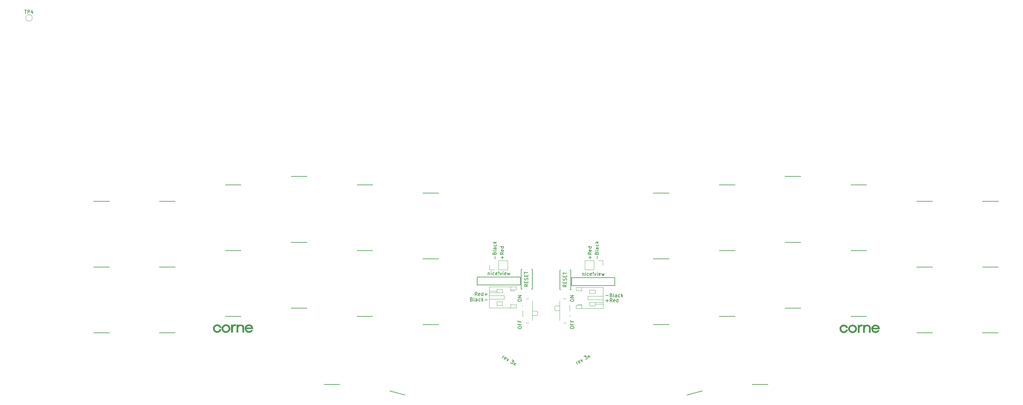
<source format=gto>
G04 #@! TF.GenerationSoftware,KiCad,Pcbnew,(7.0.0-0)*
G04 #@! TF.CreationDate,2023-03-11T20:23:52-05:00*
G04 #@! TF.ProjectId,corne-ultralight,636f726e-652d-4756-9c74-72616c696768,2.0*
G04 #@! TF.SameCoordinates,Original*
G04 #@! TF.FileFunction,Legend,Top*
G04 #@! TF.FilePolarity,Positive*
%FSLAX46Y46*%
G04 Gerber Fmt 4.6, Leading zero omitted, Abs format (unit mm)*
G04 Created by KiCad (PCBNEW (7.0.0-0)) date 2023-03-11 20:23:52*
%MOMM*%
%LPD*%
G01*
G04 APERTURE LIST*
%ADD10C,0.150000*%
%ADD11C,0.010000*%
%ADD12C,0.120000*%
G04 APERTURE END LIST*
D10*
X167675595Y-81381428D02*
X168437500Y-81381428D01*
X169247023Y-81238571D02*
X169389880Y-81286190D01*
X169389880Y-81286190D02*
X169437499Y-81333809D01*
X169437499Y-81333809D02*
X169485118Y-81429047D01*
X169485118Y-81429047D02*
X169485118Y-81571904D01*
X169485118Y-81571904D02*
X169437499Y-81667142D01*
X169437499Y-81667142D02*
X169389880Y-81714761D01*
X169389880Y-81714761D02*
X169294642Y-81762380D01*
X169294642Y-81762380D02*
X168913690Y-81762380D01*
X168913690Y-81762380D02*
X168913690Y-80762380D01*
X168913690Y-80762380D02*
X169247023Y-80762380D01*
X169247023Y-80762380D02*
X169342261Y-80810000D01*
X169342261Y-80810000D02*
X169389880Y-80857619D01*
X169389880Y-80857619D02*
X169437499Y-80952857D01*
X169437499Y-80952857D02*
X169437499Y-81048095D01*
X169437499Y-81048095D02*
X169389880Y-81143333D01*
X169389880Y-81143333D02*
X169342261Y-81190952D01*
X169342261Y-81190952D02*
X169247023Y-81238571D01*
X169247023Y-81238571D02*
X168913690Y-81238571D01*
X170056547Y-81762380D02*
X169961309Y-81714761D01*
X169961309Y-81714761D02*
X169913690Y-81619523D01*
X169913690Y-81619523D02*
X169913690Y-80762380D01*
X170866071Y-81762380D02*
X170866071Y-81238571D01*
X170866071Y-81238571D02*
X170818452Y-81143333D01*
X170818452Y-81143333D02*
X170723214Y-81095714D01*
X170723214Y-81095714D02*
X170532738Y-81095714D01*
X170532738Y-81095714D02*
X170437500Y-81143333D01*
X170866071Y-81714761D02*
X170770833Y-81762380D01*
X170770833Y-81762380D02*
X170532738Y-81762380D01*
X170532738Y-81762380D02*
X170437500Y-81714761D01*
X170437500Y-81714761D02*
X170389881Y-81619523D01*
X170389881Y-81619523D02*
X170389881Y-81524285D01*
X170389881Y-81524285D02*
X170437500Y-81429047D01*
X170437500Y-81429047D02*
X170532738Y-81381428D01*
X170532738Y-81381428D02*
X170770833Y-81381428D01*
X170770833Y-81381428D02*
X170866071Y-81333809D01*
X171770833Y-81714761D02*
X171675595Y-81762380D01*
X171675595Y-81762380D02*
X171485119Y-81762380D01*
X171485119Y-81762380D02*
X171389881Y-81714761D01*
X171389881Y-81714761D02*
X171342262Y-81667142D01*
X171342262Y-81667142D02*
X171294643Y-81571904D01*
X171294643Y-81571904D02*
X171294643Y-81286190D01*
X171294643Y-81286190D02*
X171342262Y-81190952D01*
X171342262Y-81190952D02*
X171389881Y-81143333D01*
X171389881Y-81143333D02*
X171485119Y-81095714D01*
X171485119Y-81095714D02*
X171675595Y-81095714D01*
X171675595Y-81095714D02*
X171770833Y-81143333D01*
X172199405Y-81762380D02*
X172199405Y-80762380D01*
X172294643Y-81381428D02*
X172580357Y-81762380D01*
X172580357Y-81095714D02*
X172199405Y-81476666D01*
X159523528Y-101194113D02*
X159190195Y-100616763D01*
X159285433Y-100781720D02*
X159279053Y-100675432D01*
X159279053Y-100675432D02*
X159296483Y-100610383D01*
X159296483Y-100610383D02*
X159355152Y-100521525D01*
X159355152Y-100521525D02*
X159437631Y-100473906D01*
X160365744Y-100652874D02*
X160307075Y-100741732D01*
X160307075Y-100741732D02*
X160142118Y-100836970D01*
X160142118Y-100836970D02*
X160035830Y-100843350D01*
X160035830Y-100843350D02*
X159946971Y-100784681D01*
X159946971Y-100784681D02*
X159756495Y-100454766D01*
X159756495Y-100454766D02*
X159750116Y-100348478D01*
X159750116Y-100348478D02*
X159808785Y-100259620D01*
X159808785Y-100259620D02*
X159973742Y-100164382D01*
X159973742Y-100164382D02*
X160080030Y-100158002D01*
X160080030Y-100158002D02*
X160168888Y-100216671D01*
X160168888Y-100216671D02*
X160216507Y-100299150D01*
X160216507Y-100299150D02*
X159851733Y-100619724D01*
X160386135Y-99926286D02*
X160925665Y-100384589D01*
X160925665Y-100384589D02*
X160798528Y-99688191D01*
X161398913Y-98956659D02*
X161935024Y-98647135D01*
X161935024Y-98647135D02*
X161836825Y-99143716D01*
X161836825Y-99143716D02*
X161960543Y-99072287D01*
X161960543Y-99072287D02*
X162066831Y-99065908D01*
X162066831Y-99065908D02*
X162131880Y-99083338D01*
X162131880Y-99083338D02*
X162220738Y-99142007D01*
X162220738Y-99142007D02*
X162339786Y-99348203D01*
X162339786Y-99348203D02*
X162346165Y-99454491D01*
X162346165Y-99454491D02*
X162328736Y-99519540D01*
X162328736Y-99519540D02*
X162270066Y-99608398D01*
X162270066Y-99608398D02*
X162022631Y-99751256D01*
X162022631Y-99751256D02*
X161916342Y-99757635D01*
X161916342Y-99757635D02*
X161851294Y-99740206D01*
X162723699Y-99346494D02*
X162843998Y-98507239D01*
X162390366Y-98769143D02*
X163177331Y-99084589D01*
X157479880Y-90691428D02*
X157479880Y-90500952D01*
X157479880Y-90500952D02*
X157527500Y-90405714D01*
X157527500Y-90405714D02*
X157622738Y-90310476D01*
X157622738Y-90310476D02*
X157813214Y-90262857D01*
X157813214Y-90262857D02*
X158146547Y-90262857D01*
X158146547Y-90262857D02*
X158337023Y-90310476D01*
X158337023Y-90310476D02*
X158432261Y-90405714D01*
X158432261Y-90405714D02*
X158479880Y-90500952D01*
X158479880Y-90500952D02*
X158479880Y-90691428D01*
X158479880Y-90691428D02*
X158432261Y-90786666D01*
X158432261Y-90786666D02*
X158337023Y-90881904D01*
X158337023Y-90881904D02*
X158146547Y-90929523D01*
X158146547Y-90929523D02*
X157813214Y-90929523D01*
X157813214Y-90929523D02*
X157622738Y-90881904D01*
X157622738Y-90881904D02*
X157527500Y-90786666D01*
X157527500Y-90786666D02*
X157479880Y-90691428D01*
X157956071Y-89500952D02*
X157956071Y-89834285D01*
X158479880Y-89834285D02*
X157479880Y-89834285D01*
X157479880Y-89834285D02*
X157479880Y-89358095D01*
X157956071Y-88643809D02*
X157956071Y-88977142D01*
X158479880Y-88977142D02*
X157479880Y-88977142D01*
X157479880Y-88977142D02*
X157479880Y-88500952D01*
X137848928Y-70756904D02*
X137848928Y-69995000D01*
X138229880Y-70375952D02*
X137467976Y-70375952D01*
X138229880Y-68947381D02*
X137753690Y-69280714D01*
X138229880Y-69518809D02*
X137229880Y-69518809D01*
X137229880Y-69518809D02*
X137229880Y-69137857D01*
X137229880Y-69137857D02*
X137277500Y-69042619D01*
X137277500Y-69042619D02*
X137325119Y-68995000D01*
X137325119Y-68995000D02*
X137420357Y-68947381D01*
X137420357Y-68947381D02*
X137563214Y-68947381D01*
X137563214Y-68947381D02*
X137658452Y-68995000D01*
X137658452Y-68995000D02*
X137706071Y-69042619D01*
X137706071Y-69042619D02*
X137753690Y-69137857D01*
X137753690Y-69137857D02*
X137753690Y-69518809D01*
X138182261Y-68137857D02*
X138229880Y-68233095D01*
X138229880Y-68233095D02*
X138229880Y-68423571D01*
X138229880Y-68423571D02*
X138182261Y-68518809D01*
X138182261Y-68518809D02*
X138087023Y-68566428D01*
X138087023Y-68566428D02*
X137706071Y-68566428D01*
X137706071Y-68566428D02*
X137610833Y-68518809D01*
X137610833Y-68518809D02*
X137563214Y-68423571D01*
X137563214Y-68423571D02*
X137563214Y-68233095D01*
X137563214Y-68233095D02*
X137610833Y-68137857D01*
X137610833Y-68137857D02*
X137706071Y-68090238D01*
X137706071Y-68090238D02*
X137801309Y-68090238D01*
X137801309Y-68090238D02*
X137896547Y-68566428D01*
X138229880Y-67233095D02*
X137229880Y-67233095D01*
X138182261Y-67233095D02*
X138229880Y-67328333D01*
X138229880Y-67328333D02*
X138229880Y-67518809D01*
X138229880Y-67518809D02*
X138182261Y-67614047D01*
X138182261Y-67614047D02*
X138134642Y-67661666D01*
X138134642Y-67661666D02*
X138039404Y-67709285D01*
X138039404Y-67709285D02*
X137753690Y-67709285D01*
X137753690Y-67709285D02*
X137658452Y-67661666D01*
X137658452Y-67661666D02*
X137610833Y-67614047D01*
X137610833Y-67614047D02*
X137563214Y-67518809D01*
X137563214Y-67518809D02*
X137563214Y-67328333D01*
X137563214Y-67328333D02*
X137610833Y-67233095D01*
X163173928Y-70756904D02*
X163173928Y-69995000D01*
X163554880Y-70375952D02*
X162792976Y-70375952D01*
X163554880Y-68947381D02*
X163078690Y-69280714D01*
X163554880Y-69518809D02*
X162554880Y-69518809D01*
X162554880Y-69518809D02*
X162554880Y-69137857D01*
X162554880Y-69137857D02*
X162602500Y-69042619D01*
X162602500Y-69042619D02*
X162650119Y-68995000D01*
X162650119Y-68995000D02*
X162745357Y-68947381D01*
X162745357Y-68947381D02*
X162888214Y-68947381D01*
X162888214Y-68947381D02*
X162983452Y-68995000D01*
X162983452Y-68995000D02*
X163031071Y-69042619D01*
X163031071Y-69042619D02*
X163078690Y-69137857D01*
X163078690Y-69137857D02*
X163078690Y-69518809D01*
X163507261Y-68137857D02*
X163554880Y-68233095D01*
X163554880Y-68233095D02*
X163554880Y-68423571D01*
X163554880Y-68423571D02*
X163507261Y-68518809D01*
X163507261Y-68518809D02*
X163412023Y-68566428D01*
X163412023Y-68566428D02*
X163031071Y-68566428D01*
X163031071Y-68566428D02*
X162935833Y-68518809D01*
X162935833Y-68518809D02*
X162888214Y-68423571D01*
X162888214Y-68423571D02*
X162888214Y-68233095D01*
X162888214Y-68233095D02*
X162935833Y-68137857D01*
X162935833Y-68137857D02*
X163031071Y-68090238D01*
X163031071Y-68090238D02*
X163126309Y-68090238D01*
X163126309Y-68090238D02*
X163221547Y-68566428D01*
X163554880Y-67233095D02*
X162554880Y-67233095D01*
X163507261Y-67233095D02*
X163554880Y-67328333D01*
X163554880Y-67328333D02*
X163554880Y-67518809D01*
X163554880Y-67518809D02*
X163507261Y-67614047D01*
X163507261Y-67614047D02*
X163459642Y-67661666D01*
X163459642Y-67661666D02*
X163364404Y-67709285D01*
X163364404Y-67709285D02*
X163078690Y-67709285D01*
X163078690Y-67709285D02*
X162983452Y-67661666D01*
X162983452Y-67661666D02*
X162935833Y-67614047D01*
X162935833Y-67614047D02*
X162888214Y-67518809D01*
X162888214Y-67518809D02*
X162888214Y-67328333D01*
X162888214Y-67328333D02*
X162935833Y-67233095D01*
X130547023Y-81387380D02*
X130213690Y-80911190D01*
X129975595Y-81387380D02*
X129975595Y-80387380D01*
X129975595Y-80387380D02*
X130356547Y-80387380D01*
X130356547Y-80387380D02*
X130451785Y-80435000D01*
X130451785Y-80435000D02*
X130499404Y-80482619D01*
X130499404Y-80482619D02*
X130547023Y-80577857D01*
X130547023Y-80577857D02*
X130547023Y-80720714D01*
X130547023Y-80720714D02*
X130499404Y-80815952D01*
X130499404Y-80815952D02*
X130451785Y-80863571D01*
X130451785Y-80863571D02*
X130356547Y-80911190D01*
X130356547Y-80911190D02*
X129975595Y-80911190D01*
X131356547Y-81339761D02*
X131261309Y-81387380D01*
X131261309Y-81387380D02*
X131070833Y-81387380D01*
X131070833Y-81387380D02*
X130975595Y-81339761D01*
X130975595Y-81339761D02*
X130927976Y-81244523D01*
X130927976Y-81244523D02*
X130927976Y-80863571D01*
X130927976Y-80863571D02*
X130975595Y-80768333D01*
X130975595Y-80768333D02*
X131070833Y-80720714D01*
X131070833Y-80720714D02*
X131261309Y-80720714D01*
X131261309Y-80720714D02*
X131356547Y-80768333D01*
X131356547Y-80768333D02*
X131404166Y-80863571D01*
X131404166Y-80863571D02*
X131404166Y-80958809D01*
X131404166Y-80958809D02*
X130927976Y-81054047D01*
X132261309Y-81387380D02*
X132261309Y-80387380D01*
X132261309Y-81339761D02*
X132166071Y-81387380D01*
X132166071Y-81387380D02*
X131975595Y-81387380D01*
X131975595Y-81387380D02*
X131880357Y-81339761D01*
X131880357Y-81339761D02*
X131832738Y-81292142D01*
X131832738Y-81292142D02*
X131785119Y-81196904D01*
X131785119Y-81196904D02*
X131785119Y-80911190D01*
X131785119Y-80911190D02*
X131832738Y-80815952D01*
X131832738Y-80815952D02*
X131880357Y-80768333D01*
X131880357Y-80768333D02*
X131975595Y-80720714D01*
X131975595Y-80720714D02*
X132166071Y-80720714D01*
X132166071Y-80720714D02*
X132261309Y-80768333D01*
X132737500Y-81006428D02*
X133499405Y-81006428D01*
X133118452Y-81387380D02*
X133118452Y-80625476D01*
X167675595Y-82831428D02*
X168437500Y-82831428D01*
X168056547Y-83212380D02*
X168056547Y-82450476D01*
X169485118Y-83212380D02*
X169151785Y-82736190D01*
X168913690Y-83212380D02*
X168913690Y-82212380D01*
X168913690Y-82212380D02*
X169294642Y-82212380D01*
X169294642Y-82212380D02*
X169389880Y-82260000D01*
X169389880Y-82260000D02*
X169437499Y-82307619D01*
X169437499Y-82307619D02*
X169485118Y-82402857D01*
X169485118Y-82402857D02*
X169485118Y-82545714D01*
X169485118Y-82545714D02*
X169437499Y-82640952D01*
X169437499Y-82640952D02*
X169389880Y-82688571D01*
X169389880Y-82688571D02*
X169294642Y-82736190D01*
X169294642Y-82736190D02*
X168913690Y-82736190D01*
X170294642Y-83164761D02*
X170199404Y-83212380D01*
X170199404Y-83212380D02*
X170008928Y-83212380D01*
X170008928Y-83212380D02*
X169913690Y-83164761D01*
X169913690Y-83164761D02*
X169866071Y-83069523D01*
X169866071Y-83069523D02*
X169866071Y-82688571D01*
X169866071Y-82688571D02*
X169913690Y-82593333D01*
X169913690Y-82593333D02*
X170008928Y-82545714D01*
X170008928Y-82545714D02*
X170199404Y-82545714D01*
X170199404Y-82545714D02*
X170294642Y-82593333D01*
X170294642Y-82593333D02*
X170342261Y-82688571D01*
X170342261Y-82688571D02*
X170342261Y-82783809D01*
X170342261Y-82783809D02*
X169866071Y-82879047D01*
X171199404Y-83212380D02*
X171199404Y-82212380D01*
X171199404Y-83164761D02*
X171104166Y-83212380D01*
X171104166Y-83212380D02*
X170913690Y-83212380D01*
X170913690Y-83212380D02*
X170818452Y-83164761D01*
X170818452Y-83164761D02*
X170770833Y-83117142D01*
X170770833Y-83117142D02*
X170723214Y-83021904D01*
X170723214Y-83021904D02*
X170723214Y-82736190D01*
X170723214Y-82736190D02*
X170770833Y-82640952D01*
X170770833Y-82640952D02*
X170818452Y-82593333D01*
X170818452Y-82593333D02*
X170913690Y-82545714D01*
X170913690Y-82545714D02*
X171104166Y-82545714D01*
X171104166Y-82545714D02*
X171199404Y-82593333D01*
X165198928Y-70706904D02*
X165198928Y-69945000D01*
X165056071Y-69135476D02*
X165103690Y-68992619D01*
X165103690Y-68992619D02*
X165151309Y-68945000D01*
X165151309Y-68945000D02*
X165246547Y-68897381D01*
X165246547Y-68897381D02*
X165389404Y-68897381D01*
X165389404Y-68897381D02*
X165484642Y-68945000D01*
X165484642Y-68945000D02*
X165532261Y-68992619D01*
X165532261Y-68992619D02*
X165579880Y-69087857D01*
X165579880Y-69087857D02*
X165579880Y-69468809D01*
X165579880Y-69468809D02*
X164579880Y-69468809D01*
X164579880Y-69468809D02*
X164579880Y-69135476D01*
X164579880Y-69135476D02*
X164627500Y-69040238D01*
X164627500Y-69040238D02*
X164675119Y-68992619D01*
X164675119Y-68992619D02*
X164770357Y-68945000D01*
X164770357Y-68945000D02*
X164865595Y-68945000D01*
X164865595Y-68945000D02*
X164960833Y-68992619D01*
X164960833Y-68992619D02*
X165008452Y-69040238D01*
X165008452Y-69040238D02*
X165056071Y-69135476D01*
X165056071Y-69135476D02*
X165056071Y-69468809D01*
X165579880Y-68325952D02*
X165532261Y-68421190D01*
X165532261Y-68421190D02*
X165437023Y-68468809D01*
X165437023Y-68468809D02*
X164579880Y-68468809D01*
X165579880Y-67516428D02*
X165056071Y-67516428D01*
X165056071Y-67516428D02*
X164960833Y-67564047D01*
X164960833Y-67564047D02*
X164913214Y-67659285D01*
X164913214Y-67659285D02*
X164913214Y-67849761D01*
X164913214Y-67849761D02*
X164960833Y-67944999D01*
X165532261Y-67516428D02*
X165579880Y-67611666D01*
X165579880Y-67611666D02*
X165579880Y-67849761D01*
X165579880Y-67849761D02*
X165532261Y-67944999D01*
X165532261Y-67944999D02*
X165437023Y-67992618D01*
X165437023Y-67992618D02*
X165341785Y-67992618D01*
X165341785Y-67992618D02*
X165246547Y-67944999D01*
X165246547Y-67944999D02*
X165198928Y-67849761D01*
X165198928Y-67849761D02*
X165198928Y-67611666D01*
X165198928Y-67611666D02*
X165151309Y-67516428D01*
X165532261Y-66611666D02*
X165579880Y-66706904D01*
X165579880Y-66706904D02*
X165579880Y-66897380D01*
X165579880Y-66897380D02*
X165532261Y-66992618D01*
X165532261Y-66992618D02*
X165484642Y-67040237D01*
X165484642Y-67040237D02*
X165389404Y-67087856D01*
X165389404Y-67087856D02*
X165103690Y-67087856D01*
X165103690Y-67087856D02*
X165008452Y-67040237D01*
X165008452Y-67040237D02*
X164960833Y-66992618D01*
X164960833Y-66992618D02*
X164913214Y-66897380D01*
X164913214Y-66897380D02*
X164913214Y-66706904D01*
X164913214Y-66706904D02*
X164960833Y-66611666D01*
X165579880Y-66183094D02*
X164579880Y-66183094D01*
X165198928Y-66087856D02*
X165579880Y-65802142D01*
X164913214Y-65802142D02*
X165294166Y-66183094D01*
X142329880Y-82791428D02*
X142329880Y-82600952D01*
X142329880Y-82600952D02*
X142377500Y-82505714D01*
X142377500Y-82505714D02*
X142472738Y-82410476D01*
X142472738Y-82410476D02*
X142663214Y-82362857D01*
X142663214Y-82362857D02*
X142996547Y-82362857D01*
X142996547Y-82362857D02*
X143187023Y-82410476D01*
X143187023Y-82410476D02*
X143282261Y-82505714D01*
X143282261Y-82505714D02*
X143329880Y-82600952D01*
X143329880Y-82600952D02*
X143329880Y-82791428D01*
X143329880Y-82791428D02*
X143282261Y-82886666D01*
X143282261Y-82886666D02*
X143187023Y-82981904D01*
X143187023Y-82981904D02*
X142996547Y-83029523D01*
X142996547Y-83029523D02*
X142663214Y-83029523D01*
X142663214Y-83029523D02*
X142472738Y-82981904D01*
X142472738Y-82981904D02*
X142377500Y-82886666D01*
X142377500Y-82886666D02*
X142329880Y-82791428D01*
X143329880Y-81934285D02*
X142329880Y-81934285D01*
X142329880Y-81934285D02*
X143329880Y-81362857D01*
X143329880Y-81362857D02*
X142329880Y-81362857D01*
X128975594Y-82463571D02*
X129118451Y-82511190D01*
X129118451Y-82511190D02*
X129166070Y-82558809D01*
X129166070Y-82558809D02*
X129213689Y-82654047D01*
X129213689Y-82654047D02*
X129213689Y-82796904D01*
X129213689Y-82796904D02*
X129166070Y-82892142D01*
X129166070Y-82892142D02*
X129118451Y-82939761D01*
X129118451Y-82939761D02*
X129023213Y-82987380D01*
X129023213Y-82987380D02*
X128642261Y-82987380D01*
X128642261Y-82987380D02*
X128642261Y-81987380D01*
X128642261Y-81987380D02*
X128975594Y-81987380D01*
X128975594Y-81987380D02*
X129070832Y-82035000D01*
X129070832Y-82035000D02*
X129118451Y-82082619D01*
X129118451Y-82082619D02*
X129166070Y-82177857D01*
X129166070Y-82177857D02*
X129166070Y-82273095D01*
X129166070Y-82273095D02*
X129118451Y-82368333D01*
X129118451Y-82368333D02*
X129070832Y-82415952D01*
X129070832Y-82415952D02*
X128975594Y-82463571D01*
X128975594Y-82463571D02*
X128642261Y-82463571D01*
X129785118Y-82987380D02*
X129689880Y-82939761D01*
X129689880Y-82939761D02*
X129642261Y-82844523D01*
X129642261Y-82844523D02*
X129642261Y-81987380D01*
X130594642Y-82987380D02*
X130594642Y-82463571D01*
X130594642Y-82463571D02*
X130547023Y-82368333D01*
X130547023Y-82368333D02*
X130451785Y-82320714D01*
X130451785Y-82320714D02*
X130261309Y-82320714D01*
X130261309Y-82320714D02*
X130166071Y-82368333D01*
X130594642Y-82939761D02*
X130499404Y-82987380D01*
X130499404Y-82987380D02*
X130261309Y-82987380D01*
X130261309Y-82987380D02*
X130166071Y-82939761D01*
X130166071Y-82939761D02*
X130118452Y-82844523D01*
X130118452Y-82844523D02*
X130118452Y-82749285D01*
X130118452Y-82749285D02*
X130166071Y-82654047D01*
X130166071Y-82654047D02*
X130261309Y-82606428D01*
X130261309Y-82606428D02*
X130499404Y-82606428D01*
X130499404Y-82606428D02*
X130594642Y-82558809D01*
X131499404Y-82939761D02*
X131404166Y-82987380D01*
X131404166Y-82987380D02*
X131213690Y-82987380D01*
X131213690Y-82987380D02*
X131118452Y-82939761D01*
X131118452Y-82939761D02*
X131070833Y-82892142D01*
X131070833Y-82892142D02*
X131023214Y-82796904D01*
X131023214Y-82796904D02*
X131023214Y-82511190D01*
X131023214Y-82511190D02*
X131070833Y-82415952D01*
X131070833Y-82415952D02*
X131118452Y-82368333D01*
X131118452Y-82368333D02*
X131213690Y-82320714D01*
X131213690Y-82320714D02*
X131404166Y-82320714D01*
X131404166Y-82320714D02*
X131499404Y-82368333D01*
X131927976Y-82987380D02*
X131927976Y-81987380D01*
X132023214Y-82606428D02*
X132308928Y-82987380D01*
X132308928Y-82320714D02*
X131927976Y-82701666D01*
X132737500Y-82606428D02*
X133499405Y-82606428D01*
X137820147Y-99386208D02*
X138153480Y-98808858D01*
X138058242Y-98973815D02*
X138147101Y-98915146D01*
X138147101Y-98915146D02*
X138212150Y-98897716D01*
X138212150Y-98897716D02*
X138318438Y-98904096D01*
X138318438Y-98904096D02*
X138400916Y-98951715D01*
X138709982Y-99844969D02*
X138603694Y-99838589D01*
X138603694Y-99838589D02*
X138438737Y-99743351D01*
X138438737Y-99743351D02*
X138380068Y-99654493D01*
X138380068Y-99654493D02*
X138386448Y-99548205D01*
X138386448Y-99548205D02*
X138576924Y-99218290D01*
X138576924Y-99218290D02*
X138665782Y-99159621D01*
X138665782Y-99159621D02*
X138772070Y-99166001D01*
X138772070Y-99166001D02*
X138937028Y-99261239D01*
X138937028Y-99261239D02*
X138995697Y-99350098D01*
X138995697Y-99350098D02*
X138989317Y-99456386D01*
X138989317Y-99456386D02*
X138941698Y-99538864D01*
X138941698Y-99538864D02*
X138481686Y-99383248D01*
X139349421Y-99499335D02*
X139222284Y-100195732D01*
X139222284Y-100195732D02*
X139761814Y-99737430D01*
X140695532Y-99891612D02*
X141231643Y-100201136D01*
X141231643Y-100201136D02*
X140752491Y-100364383D01*
X140752491Y-100364383D02*
X140876209Y-100435812D01*
X140876209Y-100435812D02*
X140934878Y-100524670D01*
X140934878Y-100524670D02*
X140952308Y-100589719D01*
X140952308Y-100589719D02*
X140945928Y-100696007D01*
X140945928Y-100696007D02*
X140826881Y-100902204D01*
X140826881Y-100902204D02*
X140738022Y-100960873D01*
X140738022Y-100960873D02*
X140672974Y-100978303D01*
X140672974Y-100978303D02*
X140566685Y-100971923D01*
X140566685Y-100971923D02*
X140319250Y-100829066D01*
X140319250Y-100829066D02*
X140260581Y-100740208D01*
X140260581Y-100740208D02*
X140243151Y-100675159D01*
X141020318Y-101233828D02*
X141807284Y-100918382D01*
X141353651Y-100656478D02*
X141473950Y-101495733D01*
X157454880Y-82791428D02*
X157454880Y-82600952D01*
X157454880Y-82600952D02*
X157502500Y-82505714D01*
X157502500Y-82505714D02*
X157597738Y-82410476D01*
X157597738Y-82410476D02*
X157788214Y-82362857D01*
X157788214Y-82362857D02*
X158121547Y-82362857D01*
X158121547Y-82362857D02*
X158312023Y-82410476D01*
X158312023Y-82410476D02*
X158407261Y-82505714D01*
X158407261Y-82505714D02*
X158454880Y-82600952D01*
X158454880Y-82600952D02*
X158454880Y-82791428D01*
X158454880Y-82791428D02*
X158407261Y-82886666D01*
X158407261Y-82886666D02*
X158312023Y-82981904D01*
X158312023Y-82981904D02*
X158121547Y-83029523D01*
X158121547Y-83029523D02*
X157788214Y-83029523D01*
X157788214Y-83029523D02*
X157597738Y-82981904D01*
X157597738Y-82981904D02*
X157502500Y-82886666D01*
X157502500Y-82886666D02*
X157454880Y-82791428D01*
X158454880Y-81934285D02*
X157454880Y-81934285D01*
X157454880Y-81934285D02*
X158454880Y-81362857D01*
X158454880Y-81362857D02*
X157454880Y-81362857D01*
X135723928Y-70756904D02*
X135723928Y-69995000D01*
X135581071Y-69185476D02*
X135628690Y-69042619D01*
X135628690Y-69042619D02*
X135676309Y-68995000D01*
X135676309Y-68995000D02*
X135771547Y-68947381D01*
X135771547Y-68947381D02*
X135914404Y-68947381D01*
X135914404Y-68947381D02*
X136009642Y-68995000D01*
X136009642Y-68995000D02*
X136057261Y-69042619D01*
X136057261Y-69042619D02*
X136104880Y-69137857D01*
X136104880Y-69137857D02*
X136104880Y-69518809D01*
X136104880Y-69518809D02*
X135104880Y-69518809D01*
X135104880Y-69518809D02*
X135104880Y-69185476D01*
X135104880Y-69185476D02*
X135152500Y-69090238D01*
X135152500Y-69090238D02*
X135200119Y-69042619D01*
X135200119Y-69042619D02*
X135295357Y-68995000D01*
X135295357Y-68995000D02*
X135390595Y-68995000D01*
X135390595Y-68995000D02*
X135485833Y-69042619D01*
X135485833Y-69042619D02*
X135533452Y-69090238D01*
X135533452Y-69090238D02*
X135581071Y-69185476D01*
X135581071Y-69185476D02*
X135581071Y-69518809D01*
X136104880Y-68375952D02*
X136057261Y-68471190D01*
X136057261Y-68471190D02*
X135962023Y-68518809D01*
X135962023Y-68518809D02*
X135104880Y-68518809D01*
X136104880Y-67566428D02*
X135581071Y-67566428D01*
X135581071Y-67566428D02*
X135485833Y-67614047D01*
X135485833Y-67614047D02*
X135438214Y-67709285D01*
X135438214Y-67709285D02*
X135438214Y-67899761D01*
X135438214Y-67899761D02*
X135485833Y-67994999D01*
X136057261Y-67566428D02*
X136104880Y-67661666D01*
X136104880Y-67661666D02*
X136104880Y-67899761D01*
X136104880Y-67899761D02*
X136057261Y-67994999D01*
X136057261Y-67994999D02*
X135962023Y-68042618D01*
X135962023Y-68042618D02*
X135866785Y-68042618D01*
X135866785Y-68042618D02*
X135771547Y-67994999D01*
X135771547Y-67994999D02*
X135723928Y-67899761D01*
X135723928Y-67899761D02*
X135723928Y-67661666D01*
X135723928Y-67661666D02*
X135676309Y-67566428D01*
X136057261Y-66661666D02*
X136104880Y-66756904D01*
X136104880Y-66756904D02*
X136104880Y-66947380D01*
X136104880Y-66947380D02*
X136057261Y-67042618D01*
X136057261Y-67042618D02*
X136009642Y-67090237D01*
X136009642Y-67090237D02*
X135914404Y-67137856D01*
X135914404Y-67137856D02*
X135628690Y-67137856D01*
X135628690Y-67137856D02*
X135533452Y-67090237D01*
X135533452Y-67090237D02*
X135485833Y-67042618D01*
X135485833Y-67042618D02*
X135438214Y-66947380D01*
X135438214Y-66947380D02*
X135438214Y-66756904D01*
X135438214Y-66756904D02*
X135485833Y-66661666D01*
X136104880Y-66233094D02*
X135104880Y-66233094D01*
X135723928Y-66137856D02*
X136104880Y-65852142D01*
X135438214Y-65852142D02*
X135819166Y-66233094D01*
X142354880Y-90691428D02*
X142354880Y-90500952D01*
X142354880Y-90500952D02*
X142402500Y-90405714D01*
X142402500Y-90405714D02*
X142497738Y-90310476D01*
X142497738Y-90310476D02*
X142688214Y-90262857D01*
X142688214Y-90262857D02*
X143021547Y-90262857D01*
X143021547Y-90262857D02*
X143212023Y-90310476D01*
X143212023Y-90310476D02*
X143307261Y-90405714D01*
X143307261Y-90405714D02*
X143354880Y-90500952D01*
X143354880Y-90500952D02*
X143354880Y-90691428D01*
X143354880Y-90691428D02*
X143307261Y-90786666D01*
X143307261Y-90786666D02*
X143212023Y-90881904D01*
X143212023Y-90881904D02*
X143021547Y-90929523D01*
X143021547Y-90929523D02*
X142688214Y-90929523D01*
X142688214Y-90929523D02*
X142497738Y-90881904D01*
X142497738Y-90881904D02*
X142402500Y-90786666D01*
X142402500Y-90786666D02*
X142354880Y-90691428D01*
X142831071Y-89500952D02*
X142831071Y-89834285D01*
X143354880Y-89834285D02*
X142354880Y-89834285D01*
X142354880Y-89834285D02*
X142354880Y-89358095D01*
X142831071Y-88643809D02*
X142831071Y-88977142D01*
X143354880Y-88977142D02*
X142354880Y-88977142D01*
X142354880Y-88977142D02*
X142354880Y-88500952D01*
X156379880Y-78269813D02*
X155903690Y-78603146D01*
X156379880Y-78841241D02*
X155379880Y-78841241D01*
X155379880Y-78841241D02*
X155379880Y-78460289D01*
X155379880Y-78460289D02*
X155427500Y-78365051D01*
X155427500Y-78365051D02*
X155475119Y-78317432D01*
X155475119Y-78317432D02*
X155570357Y-78269813D01*
X155570357Y-78269813D02*
X155713214Y-78269813D01*
X155713214Y-78269813D02*
X155808452Y-78317432D01*
X155808452Y-78317432D02*
X155856071Y-78365051D01*
X155856071Y-78365051D02*
X155903690Y-78460289D01*
X155903690Y-78460289D02*
X155903690Y-78841241D01*
X155856071Y-77841241D02*
X155856071Y-77507908D01*
X156379880Y-77365051D02*
X156379880Y-77841241D01*
X156379880Y-77841241D02*
X155379880Y-77841241D01*
X155379880Y-77841241D02*
X155379880Y-77365051D01*
X156332261Y-76984098D02*
X156379880Y-76841241D01*
X156379880Y-76841241D02*
X156379880Y-76603146D01*
X156379880Y-76603146D02*
X156332261Y-76507908D01*
X156332261Y-76507908D02*
X156284642Y-76460289D01*
X156284642Y-76460289D02*
X156189404Y-76412670D01*
X156189404Y-76412670D02*
X156094166Y-76412670D01*
X156094166Y-76412670D02*
X155998928Y-76460289D01*
X155998928Y-76460289D02*
X155951309Y-76507908D01*
X155951309Y-76507908D02*
X155903690Y-76603146D01*
X155903690Y-76603146D02*
X155856071Y-76793622D01*
X155856071Y-76793622D02*
X155808452Y-76888860D01*
X155808452Y-76888860D02*
X155760833Y-76936479D01*
X155760833Y-76936479D02*
X155665595Y-76984098D01*
X155665595Y-76984098D02*
X155570357Y-76984098D01*
X155570357Y-76984098D02*
X155475119Y-76936479D01*
X155475119Y-76936479D02*
X155427500Y-76888860D01*
X155427500Y-76888860D02*
X155379880Y-76793622D01*
X155379880Y-76793622D02*
X155379880Y-76555527D01*
X155379880Y-76555527D02*
X155427500Y-76412670D01*
X155856071Y-75984098D02*
X155856071Y-75650765D01*
X156379880Y-75507908D02*
X156379880Y-75984098D01*
X156379880Y-75984098D02*
X155379880Y-75984098D01*
X155379880Y-75984098D02*
X155379880Y-75507908D01*
X155379880Y-75222193D02*
X155379880Y-74650765D01*
X156379880Y-74936479D02*
X155379880Y-74936479D01*
X133709453Y-74768714D02*
X133709453Y-75435380D01*
X133709453Y-74863952D02*
X133757072Y-74816333D01*
X133757072Y-74816333D02*
X133852310Y-74768714D01*
X133852310Y-74768714D02*
X133995167Y-74768714D01*
X133995167Y-74768714D02*
X134090405Y-74816333D01*
X134090405Y-74816333D02*
X134138024Y-74911571D01*
X134138024Y-74911571D02*
X134138024Y-75435380D01*
X134614215Y-75435380D02*
X134614215Y-74768714D01*
X134614215Y-74435380D02*
X134566596Y-74483000D01*
X134566596Y-74483000D02*
X134614215Y-74530619D01*
X134614215Y-74530619D02*
X134661834Y-74483000D01*
X134661834Y-74483000D02*
X134614215Y-74435380D01*
X134614215Y-74435380D02*
X134614215Y-74530619D01*
X135518976Y-75387761D02*
X135423738Y-75435380D01*
X135423738Y-75435380D02*
X135233262Y-75435380D01*
X135233262Y-75435380D02*
X135138024Y-75387761D01*
X135138024Y-75387761D02*
X135090405Y-75340142D01*
X135090405Y-75340142D02*
X135042786Y-75244904D01*
X135042786Y-75244904D02*
X135042786Y-74959190D01*
X135042786Y-74959190D02*
X135090405Y-74863952D01*
X135090405Y-74863952D02*
X135138024Y-74816333D01*
X135138024Y-74816333D02*
X135233262Y-74768714D01*
X135233262Y-74768714D02*
X135423738Y-74768714D01*
X135423738Y-74768714D02*
X135518976Y-74816333D01*
X136328500Y-75387761D02*
X136233262Y-75435380D01*
X136233262Y-75435380D02*
X136042786Y-75435380D01*
X136042786Y-75435380D02*
X135947548Y-75387761D01*
X135947548Y-75387761D02*
X135899929Y-75292523D01*
X135899929Y-75292523D02*
X135899929Y-74911571D01*
X135899929Y-74911571D02*
X135947548Y-74816333D01*
X135947548Y-74816333D02*
X136042786Y-74768714D01*
X136042786Y-74768714D02*
X136233262Y-74768714D01*
X136233262Y-74768714D02*
X136328500Y-74816333D01*
X136328500Y-74816333D02*
X136376119Y-74911571D01*
X136376119Y-74911571D02*
X136376119Y-75006809D01*
X136376119Y-75006809D02*
X135899929Y-75102047D01*
X136804691Y-75340142D02*
X136852310Y-75387761D01*
X136852310Y-75387761D02*
X136804691Y-75435380D01*
X136804691Y-75435380D02*
X136757072Y-75387761D01*
X136757072Y-75387761D02*
X136804691Y-75340142D01*
X136804691Y-75340142D02*
X136804691Y-75435380D01*
X136804691Y-75054428D02*
X136757072Y-74483000D01*
X136757072Y-74483000D02*
X136804691Y-74435380D01*
X136804691Y-74435380D02*
X136852310Y-74483000D01*
X136852310Y-74483000D02*
X136804691Y-75054428D01*
X136804691Y-75054428D02*
X136804691Y-74435380D01*
X137185643Y-74768714D02*
X137423738Y-75435380D01*
X137423738Y-75435380D02*
X137661833Y-74768714D01*
X138042786Y-75435380D02*
X138042786Y-74768714D01*
X138042786Y-74435380D02*
X137995167Y-74483000D01*
X137995167Y-74483000D02*
X138042786Y-74530619D01*
X138042786Y-74530619D02*
X138090405Y-74483000D01*
X138090405Y-74483000D02*
X138042786Y-74435380D01*
X138042786Y-74435380D02*
X138042786Y-74530619D01*
X138899928Y-75387761D02*
X138804690Y-75435380D01*
X138804690Y-75435380D02*
X138614214Y-75435380D01*
X138614214Y-75435380D02*
X138518976Y-75387761D01*
X138518976Y-75387761D02*
X138471357Y-75292523D01*
X138471357Y-75292523D02*
X138471357Y-74911571D01*
X138471357Y-74911571D02*
X138518976Y-74816333D01*
X138518976Y-74816333D02*
X138614214Y-74768714D01*
X138614214Y-74768714D02*
X138804690Y-74768714D01*
X138804690Y-74768714D02*
X138899928Y-74816333D01*
X138899928Y-74816333D02*
X138947547Y-74911571D01*
X138947547Y-74911571D02*
X138947547Y-75006809D01*
X138947547Y-75006809D02*
X138471357Y-75102047D01*
X139280881Y-74768714D02*
X139471357Y-75435380D01*
X139471357Y-75435380D02*
X139661833Y-74959190D01*
X139661833Y-74959190D02*
X139852309Y-75435380D01*
X139852309Y-75435380D02*
X140042785Y-74768714D01*
X145229880Y-78123381D02*
X144753690Y-78456714D01*
X145229880Y-78694809D02*
X144229880Y-78694809D01*
X144229880Y-78694809D02*
X144229880Y-78313857D01*
X144229880Y-78313857D02*
X144277500Y-78218619D01*
X144277500Y-78218619D02*
X144325119Y-78171000D01*
X144325119Y-78171000D02*
X144420357Y-78123381D01*
X144420357Y-78123381D02*
X144563214Y-78123381D01*
X144563214Y-78123381D02*
X144658452Y-78171000D01*
X144658452Y-78171000D02*
X144706071Y-78218619D01*
X144706071Y-78218619D02*
X144753690Y-78313857D01*
X144753690Y-78313857D02*
X144753690Y-78694809D01*
X144706071Y-77694809D02*
X144706071Y-77361476D01*
X145229880Y-77218619D02*
X145229880Y-77694809D01*
X145229880Y-77694809D02*
X144229880Y-77694809D01*
X144229880Y-77694809D02*
X144229880Y-77218619D01*
X145182261Y-76837666D02*
X145229880Y-76694809D01*
X145229880Y-76694809D02*
X145229880Y-76456714D01*
X145229880Y-76456714D02*
X145182261Y-76361476D01*
X145182261Y-76361476D02*
X145134642Y-76313857D01*
X145134642Y-76313857D02*
X145039404Y-76266238D01*
X145039404Y-76266238D02*
X144944166Y-76266238D01*
X144944166Y-76266238D02*
X144848928Y-76313857D01*
X144848928Y-76313857D02*
X144801309Y-76361476D01*
X144801309Y-76361476D02*
X144753690Y-76456714D01*
X144753690Y-76456714D02*
X144706071Y-76647190D01*
X144706071Y-76647190D02*
X144658452Y-76742428D01*
X144658452Y-76742428D02*
X144610833Y-76790047D01*
X144610833Y-76790047D02*
X144515595Y-76837666D01*
X144515595Y-76837666D02*
X144420357Y-76837666D01*
X144420357Y-76837666D02*
X144325119Y-76790047D01*
X144325119Y-76790047D02*
X144277500Y-76742428D01*
X144277500Y-76742428D02*
X144229880Y-76647190D01*
X144229880Y-76647190D02*
X144229880Y-76409095D01*
X144229880Y-76409095D02*
X144277500Y-76266238D01*
X144706071Y-75837666D02*
X144706071Y-75504333D01*
X145229880Y-75361476D02*
X145229880Y-75837666D01*
X145229880Y-75837666D02*
X144229880Y-75837666D01*
X144229880Y-75837666D02*
X144229880Y-75361476D01*
X144229880Y-75075761D02*
X144229880Y-74504333D01*
X145229880Y-74790047D02*
X144229880Y-74790047D01*
X160938453Y-74910714D02*
X160938453Y-75577380D01*
X160938453Y-75005952D02*
X160986072Y-74958333D01*
X160986072Y-74958333D02*
X161081310Y-74910714D01*
X161081310Y-74910714D02*
X161224167Y-74910714D01*
X161224167Y-74910714D02*
X161319405Y-74958333D01*
X161319405Y-74958333D02*
X161367024Y-75053571D01*
X161367024Y-75053571D02*
X161367024Y-75577380D01*
X161843215Y-75577380D02*
X161843215Y-74910714D01*
X161843215Y-74577380D02*
X161795596Y-74625000D01*
X161795596Y-74625000D02*
X161843215Y-74672619D01*
X161843215Y-74672619D02*
X161890834Y-74625000D01*
X161890834Y-74625000D02*
X161843215Y-74577380D01*
X161843215Y-74577380D02*
X161843215Y-74672619D01*
X162747976Y-75529761D02*
X162652738Y-75577380D01*
X162652738Y-75577380D02*
X162462262Y-75577380D01*
X162462262Y-75577380D02*
X162367024Y-75529761D01*
X162367024Y-75529761D02*
X162319405Y-75482142D01*
X162319405Y-75482142D02*
X162271786Y-75386904D01*
X162271786Y-75386904D02*
X162271786Y-75101190D01*
X162271786Y-75101190D02*
X162319405Y-75005952D01*
X162319405Y-75005952D02*
X162367024Y-74958333D01*
X162367024Y-74958333D02*
X162462262Y-74910714D01*
X162462262Y-74910714D02*
X162652738Y-74910714D01*
X162652738Y-74910714D02*
X162747976Y-74958333D01*
X163557500Y-75529761D02*
X163462262Y-75577380D01*
X163462262Y-75577380D02*
X163271786Y-75577380D01*
X163271786Y-75577380D02*
X163176548Y-75529761D01*
X163176548Y-75529761D02*
X163128929Y-75434523D01*
X163128929Y-75434523D02*
X163128929Y-75053571D01*
X163128929Y-75053571D02*
X163176548Y-74958333D01*
X163176548Y-74958333D02*
X163271786Y-74910714D01*
X163271786Y-74910714D02*
X163462262Y-74910714D01*
X163462262Y-74910714D02*
X163557500Y-74958333D01*
X163557500Y-74958333D02*
X163605119Y-75053571D01*
X163605119Y-75053571D02*
X163605119Y-75148809D01*
X163605119Y-75148809D02*
X163128929Y-75244047D01*
X164033691Y-75482142D02*
X164081310Y-75529761D01*
X164081310Y-75529761D02*
X164033691Y-75577380D01*
X164033691Y-75577380D02*
X163986072Y-75529761D01*
X163986072Y-75529761D02*
X164033691Y-75482142D01*
X164033691Y-75482142D02*
X164033691Y-75577380D01*
X164033691Y-75196428D02*
X163986072Y-74625000D01*
X163986072Y-74625000D02*
X164033691Y-74577380D01*
X164033691Y-74577380D02*
X164081310Y-74625000D01*
X164081310Y-74625000D02*
X164033691Y-75196428D01*
X164033691Y-75196428D02*
X164033691Y-74577380D01*
X164414643Y-74910714D02*
X164652738Y-75577380D01*
X164652738Y-75577380D02*
X164890833Y-74910714D01*
X165271786Y-75577380D02*
X165271786Y-74910714D01*
X165271786Y-74577380D02*
X165224167Y-74625000D01*
X165224167Y-74625000D02*
X165271786Y-74672619D01*
X165271786Y-74672619D02*
X165319405Y-74625000D01*
X165319405Y-74625000D02*
X165271786Y-74577380D01*
X165271786Y-74577380D02*
X165271786Y-74672619D01*
X166128928Y-75529761D02*
X166033690Y-75577380D01*
X166033690Y-75577380D02*
X165843214Y-75577380D01*
X165843214Y-75577380D02*
X165747976Y-75529761D01*
X165747976Y-75529761D02*
X165700357Y-75434523D01*
X165700357Y-75434523D02*
X165700357Y-75053571D01*
X165700357Y-75053571D02*
X165747976Y-74958333D01*
X165747976Y-74958333D02*
X165843214Y-74910714D01*
X165843214Y-74910714D02*
X166033690Y-74910714D01*
X166033690Y-74910714D02*
X166128928Y-74958333D01*
X166128928Y-74958333D02*
X166176547Y-75053571D01*
X166176547Y-75053571D02*
X166176547Y-75148809D01*
X166176547Y-75148809D02*
X165700357Y-75244047D01*
X166509881Y-74910714D02*
X166700357Y-75577380D01*
X166700357Y-75577380D02*
X166890833Y-75101190D01*
X166890833Y-75101190D02*
X167081309Y-75577380D01*
X167081309Y-75577380D02*
X167271785Y-74910714D01*
X13095Y1005619D02*
X584523Y1005619D01*
X298809Y5619D02*
X298809Y1005619D01*
X917857Y5619D02*
X917857Y1005619D01*
X917857Y1005619D02*
X1298809Y1005619D01*
X1298809Y1005619D02*
X1394047Y958000D01*
X1394047Y958000D02*
X1441666Y910380D01*
X1441666Y910380D02*
X1489285Y815142D01*
X1489285Y815142D02*
X1489285Y672285D01*
X1489285Y672285D02*
X1441666Y577047D01*
X1441666Y577047D02*
X1394047Y529428D01*
X1394047Y529428D02*
X1298809Y481809D01*
X1298809Y481809D02*
X917857Y481809D01*
X2346428Y672285D02*
X2346428Y5619D01*
X2108333Y1053238D02*
X1870238Y338952D01*
X1870238Y338952D02*
X2489285Y338952D01*
X157612500Y-73967432D02*
X157362500Y-73967432D01*
X157612500Y-73967432D02*
X157612500Y-79667432D01*
X154412500Y-73967432D02*
X154662500Y-73967432D01*
X154412500Y-73967432D02*
X154412500Y-79667432D01*
X157612500Y-79667432D02*
X157362500Y-79667432D01*
X154412500Y-79667432D02*
X154662500Y-79667432D01*
X276409847Y-54145432D02*
X280959847Y-54145432D01*
X257409847Y-54145432D02*
X261959847Y-54145432D01*
X238409847Y-49395432D02*
X242959847Y-49395432D01*
X219409847Y-47020432D02*
X223959847Y-47020432D01*
X200409847Y-49395432D02*
X204959847Y-49395432D01*
X181409847Y-51770432D02*
X185959847Y-51770432D01*
X276409847Y-73145432D02*
X280959847Y-73145432D01*
X257409847Y-73145432D02*
X261959847Y-73145432D01*
X238409847Y-68395432D02*
X242959847Y-68395432D01*
X219409847Y-66020432D02*
X223959847Y-66020432D01*
X200409847Y-68395432D02*
X204959847Y-68395432D01*
X181409847Y-70770432D02*
X185959847Y-70770432D01*
X276409847Y-92145432D02*
X280959847Y-92145432D01*
X257409847Y-92145432D02*
X261959847Y-92145432D01*
X238409847Y-87395432D02*
X242959847Y-87395432D01*
X219409847Y-85020432D02*
X223959847Y-85020432D01*
X200409847Y-87395432D02*
X204959847Y-87395432D01*
X209909847Y-107020432D02*
X214459847Y-107020432D01*
X191116152Y-110078985D02*
X195511115Y-108901359D01*
X181409847Y-89770432D02*
X185959847Y-89770432D01*
X114912500Y-51770000D02*
X119462500Y-51770000D01*
X95912500Y-49395000D02*
X100462500Y-49395000D01*
X76912500Y-47020000D02*
X81462500Y-47020000D01*
X57912500Y-49395000D02*
X62462500Y-49395000D01*
X38912500Y-54145000D02*
X43462500Y-54145000D01*
X114912500Y-89770000D02*
X119462500Y-89770000D01*
X19912500Y-92145000D02*
X24462500Y-92145000D01*
X105361232Y-108900927D02*
X109756195Y-110078553D01*
X86412500Y-107020000D02*
X90962500Y-107020000D01*
X95912500Y-87395000D02*
X100462500Y-87395000D01*
X76912500Y-85020000D02*
X81462500Y-85020000D01*
X57912500Y-87395000D02*
X62462500Y-87395000D01*
X38912500Y-92145000D02*
X43462500Y-92145000D01*
X114912500Y-70770000D02*
X119462500Y-70770000D01*
X95912500Y-68395000D02*
X100462500Y-68395000D01*
X76912500Y-66020000D02*
X81462500Y-66020000D01*
X57912500Y-68395000D02*
X62462500Y-68395000D01*
X38912500Y-73145000D02*
X43462500Y-73145000D01*
X19912500Y-73145000D02*
X24462500Y-73145000D01*
X19912500Y-54145000D02*
X24462500Y-54145000D01*
X130608500Y-76018000D02*
X143048500Y-76018000D01*
X130608500Y-78318000D02*
X130608500Y-76018000D01*
X130608500Y-78318000D02*
X143048500Y-78318000D01*
X143048500Y-76018000D02*
X143048500Y-78318000D01*
X146462500Y-73821000D02*
X146212500Y-73821000D01*
X146462500Y-73821000D02*
X146462500Y-79521000D01*
X143262500Y-73821000D02*
X143512500Y-73821000D01*
X143262500Y-73821000D02*
X143262500Y-79521000D01*
X146462500Y-79521000D02*
X146212500Y-79521000D01*
X143262500Y-79521000D02*
X143512500Y-79521000D01*
X157837500Y-76160000D02*
X170277500Y-76160000D01*
X157837500Y-78460000D02*
X157837500Y-76160000D01*
X157837500Y-78460000D02*
X170277500Y-78460000D01*
X170277500Y-76160000D02*
X170277500Y-78460000D01*
G36*
X60757237Y-89675436D02*
G01*
X60903300Y-89691961D01*
X60903300Y-90062729D01*
X60769950Y-90049068D01*
X60585851Y-90054139D01*
X60416452Y-90105922D01*
X60267881Y-90201056D01*
X60146266Y-90336179D01*
X60097389Y-90417869D01*
X60014300Y-90578838D01*
X60014300Y-91971400D01*
X59582500Y-91971400D01*
X59582500Y-89708745D01*
X59792050Y-89716122D01*
X60001600Y-89723500D01*
X60027000Y-89945358D01*
X60077769Y-89888946D01*
X60195946Y-89792357D01*
X60347798Y-89721267D01*
X60521042Y-89679536D01*
X60703390Y-89671025D01*
X60757237Y-89675436D01*
G37*
D11*
X60757237Y-89675436D02*
X60903300Y-89691961D01*
X60903300Y-90062729D01*
X60769950Y-90049068D01*
X60585851Y-90054139D01*
X60416452Y-90105922D01*
X60267881Y-90201056D01*
X60146266Y-90336179D01*
X60097389Y-90417869D01*
X60014300Y-90578838D01*
X60014300Y-91971400D01*
X59582500Y-91971400D01*
X59582500Y-89708745D01*
X59792050Y-89716122D01*
X60001600Y-89723500D01*
X60027000Y-89945358D01*
X60077769Y-89888946D01*
X60195946Y-89792357D01*
X60347798Y-89721267D01*
X60521042Y-89679536D01*
X60703390Y-89671025D01*
X60757237Y-89675436D01*
G36*
X62419491Y-89698791D02*
G01*
X62513575Y-89702451D01*
X62583990Y-89711455D01*
X62644301Y-89728181D01*
X62708070Y-89755005D01*
X62762251Y-89781171D01*
X62933298Y-89889513D01*
X63066548Y-90028673D01*
X63163879Y-90201378D01*
X63227168Y-90410354D01*
X63238575Y-90472800D01*
X63245864Y-90543770D01*
X63252403Y-90656525D01*
X63257903Y-90802049D01*
X63262074Y-90971330D01*
X63264627Y-91155353D01*
X63265308Y-91304650D01*
X63265500Y-91971400D01*
X62833700Y-91971400D01*
X62833700Y-91252110D01*
X62833093Y-91023457D01*
X62831100Y-90839758D01*
X62827463Y-90695177D01*
X62821922Y-90583882D01*
X62814219Y-90500037D01*
X62804095Y-90437809D01*
X62796197Y-90406534D01*
X62731437Y-90268307D01*
X62630530Y-90165106D01*
X62495103Y-90097984D01*
X62326780Y-90067999D01*
X62272312Y-90066400D01*
X62109841Y-90076817D01*
X61979862Y-90111694D01*
X61867764Y-90176472D01*
X61787860Y-90246726D01*
X61733673Y-90303731D01*
X61690291Y-90359501D01*
X61656523Y-90420365D01*
X61631179Y-90492652D01*
X61613067Y-90582689D01*
X61600996Y-90696805D01*
X61593777Y-90841327D01*
X61590217Y-91022585D01*
X61589126Y-91246907D01*
X61589100Y-91302910D01*
X61589100Y-91971400D01*
X61157300Y-91971400D01*
X61157300Y-89710800D01*
X61589100Y-89710800D01*
X61589100Y-89968707D01*
X61671364Y-89886442D01*
X61757752Y-89810836D01*
X61848455Y-89757569D01*
X61954478Y-89723282D01*
X62086824Y-89704616D01*
X62256495Y-89698211D01*
X62288174Y-89698100D01*
X62419491Y-89698791D01*
G37*
X62419491Y-89698791D02*
X62513575Y-89702451D01*
X62583990Y-89711455D01*
X62644301Y-89728181D01*
X62708070Y-89755005D01*
X62762251Y-89781171D01*
X62933298Y-89889513D01*
X63066548Y-90028673D01*
X63163879Y-90201378D01*
X63227168Y-90410354D01*
X63238575Y-90472800D01*
X63245864Y-90543770D01*
X63252403Y-90656525D01*
X63257903Y-90802049D01*
X63262074Y-90971330D01*
X63264627Y-91155353D01*
X63265308Y-91304650D01*
X63265500Y-91971400D01*
X62833700Y-91971400D01*
X62833700Y-91252110D01*
X62833093Y-91023457D01*
X62831100Y-90839758D01*
X62827463Y-90695177D01*
X62821922Y-90583882D01*
X62814219Y-90500037D01*
X62804095Y-90437809D01*
X62796197Y-90406534D01*
X62731437Y-90268307D01*
X62630530Y-90165106D01*
X62495103Y-90097984D01*
X62326780Y-90067999D01*
X62272312Y-90066400D01*
X62109841Y-90076817D01*
X61979862Y-90111694D01*
X61867764Y-90176472D01*
X61787860Y-90246726D01*
X61733673Y-90303731D01*
X61690291Y-90359501D01*
X61656523Y-90420365D01*
X61631179Y-90492652D01*
X61613067Y-90582689D01*
X61600996Y-90696805D01*
X61593777Y-90841327D01*
X61590217Y-91022585D01*
X61589126Y-91246907D01*
X61589100Y-91302910D01*
X61589100Y-91971400D01*
X61157300Y-91971400D01*
X61157300Y-89710800D01*
X61589100Y-89710800D01*
X61589100Y-89968707D01*
X61671364Y-89886442D01*
X61757752Y-89810836D01*
X61848455Y-89757569D01*
X61954478Y-89723282D01*
X62086824Y-89704616D01*
X62256495Y-89698211D01*
X62288174Y-89698100D01*
X62419491Y-89698791D01*
G36*
X56848748Y-90899224D02*
G01*
X57273074Y-90899224D01*
X57287409Y-91046866D01*
X57307541Y-91128207D01*
X57360794Y-91240941D01*
X57441195Y-91356333D01*
X57535178Y-91457702D01*
X57629174Y-91528365D01*
X57635958Y-91532020D01*
X57832698Y-91608118D01*
X58037689Y-91638463D01*
X58241104Y-91622243D01*
X58353664Y-91591468D01*
X58530944Y-91504347D01*
X58675410Y-91380677D01*
X58782587Y-91224341D01*
X58787020Y-91215466D01*
X58840010Y-91059401D01*
X58861993Y-90882298D01*
X58852639Y-90703017D01*
X58811621Y-90540421D01*
X58799289Y-90510900D01*
X58701958Y-90351906D01*
X58574261Y-90227092D01*
X58423564Y-90136623D01*
X58257236Y-90080666D01*
X58082642Y-90059386D01*
X57907149Y-90072949D01*
X57738124Y-90121522D01*
X57582934Y-90205270D01*
X57448945Y-90324360D01*
X57343965Y-90478101D01*
X57302419Y-90595807D01*
X57278433Y-90742526D01*
X57273074Y-90899224D01*
X56848748Y-90899224D01*
X56843238Y-90793236D01*
X56875650Y-90558693D01*
X56950850Y-90342052D01*
X57066357Y-90148365D01*
X57219687Y-89982687D01*
X57408360Y-89850069D01*
X57452419Y-89826803D01*
X57626705Y-89752053D01*
X57798030Y-89707281D01*
X57983905Y-89689147D01*
X58159986Y-89691840D01*
X58413440Y-89727111D01*
X58641525Y-89803807D01*
X58841175Y-89919865D01*
X59009325Y-90073222D01*
X59142908Y-90261816D01*
X59207456Y-90396600D01*
X59239018Y-90510705D01*
X59259285Y-90658371D01*
X59268030Y-90823580D01*
X59265025Y-90990313D01*
X59250043Y-91142551D01*
X59222856Y-91264275D01*
X59219905Y-91272900D01*
X59123519Y-91470172D01*
X58984275Y-91646574D01*
X58807679Y-91796769D01*
X58599241Y-91915421D01*
X58524340Y-91946770D01*
X58392321Y-91983019D01*
X58229335Y-92006467D01*
X58053781Y-92016287D01*
X57884060Y-92011650D01*
X57738574Y-91991729D01*
X57705753Y-91983599D01*
X57491853Y-91901401D01*
X57297121Y-91783093D01*
X57130155Y-91635635D01*
X56999556Y-91465986D01*
X56948682Y-91370895D01*
X56910337Y-91268102D01*
X56876151Y-91143876D01*
X56856099Y-91040628D01*
X56848748Y-90899224D01*
G37*
X56848748Y-90899224D02*
X57273074Y-90899224D01*
X57287409Y-91046866D01*
X57307541Y-91128207D01*
X57360794Y-91240941D01*
X57441195Y-91356333D01*
X57535178Y-91457702D01*
X57629174Y-91528365D01*
X57635958Y-91532020D01*
X57832698Y-91608118D01*
X58037689Y-91638463D01*
X58241104Y-91622243D01*
X58353664Y-91591468D01*
X58530944Y-91504347D01*
X58675410Y-91380677D01*
X58782587Y-91224341D01*
X58787020Y-91215466D01*
X58840010Y-91059401D01*
X58861993Y-90882298D01*
X58852639Y-90703017D01*
X58811621Y-90540421D01*
X58799289Y-90510900D01*
X58701958Y-90351906D01*
X58574261Y-90227092D01*
X58423564Y-90136623D01*
X58257236Y-90080666D01*
X58082642Y-90059386D01*
X57907149Y-90072949D01*
X57738124Y-90121522D01*
X57582934Y-90205270D01*
X57448945Y-90324360D01*
X57343965Y-90478101D01*
X57302419Y-90595807D01*
X57278433Y-90742526D01*
X57273074Y-90899224D01*
X56848748Y-90899224D01*
X56843238Y-90793236D01*
X56875650Y-90558693D01*
X56950850Y-90342052D01*
X57066357Y-90148365D01*
X57219687Y-89982687D01*
X57408360Y-89850069D01*
X57452419Y-89826803D01*
X57626705Y-89752053D01*
X57798030Y-89707281D01*
X57983905Y-89689147D01*
X58159986Y-89691840D01*
X58413440Y-89727111D01*
X58641525Y-89803807D01*
X58841175Y-89919865D01*
X59009325Y-90073222D01*
X59142908Y-90261816D01*
X59207456Y-90396600D01*
X59239018Y-90510705D01*
X59259285Y-90658371D01*
X59268030Y-90823580D01*
X59265025Y-90990313D01*
X59250043Y-91142551D01*
X59222856Y-91264275D01*
X59219905Y-91272900D01*
X59123519Y-91470172D01*
X58984275Y-91646574D01*
X58807679Y-91796769D01*
X58599241Y-91915421D01*
X58524340Y-91946770D01*
X58392321Y-91983019D01*
X58229335Y-92006467D01*
X58053781Y-92016287D01*
X57884060Y-92011650D01*
X57738574Y-91991729D01*
X57705753Y-91983599D01*
X57491853Y-91901401D01*
X57297121Y-91783093D01*
X57130155Y-91635635D01*
X56999556Y-91465986D01*
X56948682Y-91370895D01*
X56910337Y-91268102D01*
X56876151Y-91143876D01*
X56856099Y-91040628D01*
X56848748Y-90899224D01*
G36*
X55777049Y-89705988D02*
G01*
X55891748Y-89732102D01*
X56112850Y-89822639D01*
X56304293Y-89949036D01*
X56461222Y-90106988D01*
X56578782Y-90292188D01*
X56613437Y-90372254D01*
X56647464Y-90465731D01*
X56659083Y-90524761D01*
X56641798Y-90557261D01*
X56589112Y-90571149D01*
X56494529Y-90574343D01*
X56447569Y-90574400D01*
X56233639Y-90574399D01*
X56202733Y-90480754D01*
X56136143Y-90354894D01*
X56029638Y-90243503D01*
X55893463Y-90153012D01*
X55737864Y-90089854D01*
X55573085Y-90060461D01*
X55531199Y-90059142D01*
X55348869Y-90081910D01*
X55178565Y-90146221D01*
X55029016Y-90246089D01*
X54908953Y-90375526D01*
X54827105Y-90528547D01*
X54820907Y-90546267D01*
X54787356Y-90704924D01*
X54781573Y-90880402D01*
X54802259Y-91054327D01*
X54848113Y-91208322D01*
X54871175Y-91256531D01*
X54976904Y-91407138D01*
X55111779Y-91519303D01*
X55259102Y-91590915D01*
X55437789Y-91633926D01*
X55617259Y-91633773D01*
X55789072Y-91593785D01*
X55944790Y-91517291D01*
X56075974Y-91407622D01*
X56174184Y-91268106D01*
X56195767Y-91221389D01*
X56242400Y-91107990D01*
X56451950Y-91107895D01*
X56554668Y-91108561D01*
X56616784Y-91112620D01*
X56648495Y-91122992D01*
X56659997Y-91142594D01*
X56661500Y-91167887D01*
X56645975Y-91242902D01*
X56604424Y-91342781D01*
X56544378Y-91454252D01*
X56473369Y-91564041D01*
X56398929Y-91658876D01*
X56360038Y-91699119D01*
X56180264Y-91834131D01*
X55971407Y-91934811D01*
X55744560Y-91997913D01*
X55510818Y-92020194D01*
X55315300Y-92004664D01*
X55122087Y-91953943D01*
X54934451Y-91870877D01*
X54764760Y-91762860D01*
X54625383Y-91637289D01*
X54558489Y-91552165D01*
X54477160Y-91417841D01*
X54421270Y-91292887D01*
X54386691Y-91162138D01*
X54369293Y-91010430D01*
X54364914Y-90841100D01*
X54366419Y-90700194D01*
X54372121Y-90596188D01*
X54383798Y-90515236D01*
X54403230Y-90443494D01*
X54422851Y-90390197D01*
X54528497Y-90190543D01*
X54674762Y-90014026D01*
X54853876Y-89868316D01*
X55058069Y-89761085D01*
X55061300Y-89759802D01*
X55217283Y-89715914D01*
X55401255Y-89691892D01*
X55594187Y-89688372D01*
X55777049Y-89705988D01*
G37*
X55777049Y-89705988D02*
X55891748Y-89732102D01*
X56112850Y-89822639D01*
X56304293Y-89949036D01*
X56461222Y-90106988D01*
X56578782Y-90292188D01*
X56613437Y-90372254D01*
X56647464Y-90465731D01*
X56659083Y-90524761D01*
X56641798Y-90557261D01*
X56589112Y-90571149D01*
X56494529Y-90574343D01*
X56447569Y-90574400D01*
X56233639Y-90574399D01*
X56202733Y-90480754D01*
X56136143Y-90354894D01*
X56029638Y-90243503D01*
X55893463Y-90153012D01*
X55737864Y-90089854D01*
X55573085Y-90060461D01*
X55531199Y-90059142D01*
X55348869Y-90081910D01*
X55178565Y-90146221D01*
X55029016Y-90246089D01*
X54908953Y-90375526D01*
X54827105Y-90528547D01*
X54820907Y-90546267D01*
X54787356Y-90704924D01*
X54781573Y-90880402D01*
X54802259Y-91054327D01*
X54848113Y-91208322D01*
X54871175Y-91256531D01*
X54976904Y-91407138D01*
X55111779Y-91519303D01*
X55259102Y-91590915D01*
X55437789Y-91633926D01*
X55617259Y-91633773D01*
X55789072Y-91593785D01*
X55944790Y-91517291D01*
X56075974Y-91407622D01*
X56174184Y-91268106D01*
X56195767Y-91221389D01*
X56242400Y-91107990D01*
X56451950Y-91107895D01*
X56554668Y-91108561D01*
X56616784Y-91112620D01*
X56648495Y-91122992D01*
X56659997Y-91142594D01*
X56661500Y-91167887D01*
X56645975Y-91242902D01*
X56604424Y-91342781D01*
X56544378Y-91454252D01*
X56473369Y-91564041D01*
X56398929Y-91658876D01*
X56360038Y-91699119D01*
X56180264Y-91834131D01*
X55971407Y-91934811D01*
X55744560Y-91997913D01*
X55510818Y-92020194D01*
X55315300Y-92004664D01*
X55122087Y-91953943D01*
X54934451Y-91870877D01*
X54764760Y-91762860D01*
X54625383Y-91637289D01*
X54558489Y-91552165D01*
X54477160Y-91417841D01*
X54421270Y-91292887D01*
X54386691Y-91162138D01*
X54369293Y-91010430D01*
X54364914Y-90841100D01*
X54366419Y-90700194D01*
X54372121Y-90596188D01*
X54383798Y-90515236D01*
X54403230Y-90443494D01*
X54422851Y-90390197D01*
X54528497Y-90190543D01*
X54674762Y-90014026D01*
X54853876Y-89868316D01*
X55058069Y-89761085D01*
X55061300Y-89759802D01*
X55217283Y-89715914D01*
X55401255Y-89691892D01*
X55594187Y-89688372D01*
X55777049Y-89705988D01*
G36*
X63586867Y-90424735D02*
G01*
X63682606Y-90221643D01*
X63816079Y-90044563D01*
X63985108Y-89898672D01*
X64097999Y-89830689D01*
X64292603Y-89746746D01*
X64489926Y-89699901D01*
X64709213Y-89685400D01*
X64951530Y-89708406D01*
X65173894Y-89774705D01*
X65372133Y-89880213D01*
X65542079Y-90020847D01*
X65679559Y-90192524D01*
X65780404Y-90391162D01*
X65840443Y-90612678D01*
X65856300Y-90808336D01*
X65856300Y-90955400D01*
X63951300Y-90955400D01*
X63951300Y-91028498D01*
X63974217Y-91151649D01*
X64037655Y-91279172D01*
X64133643Y-91400298D01*
X64254211Y-91504256D01*
X64343388Y-91558239D01*
X64479242Y-91609647D01*
X64639904Y-91634683D01*
X64652872Y-91635596D01*
X64835129Y-91633127D01*
X64988803Y-91596329D01*
X65126495Y-91520614D01*
X65241193Y-91421419D01*
X65377013Y-91285600D01*
X65580268Y-91285600D01*
X65680811Y-91286246D01*
X65740033Y-91290122D01*
X65767410Y-91300133D01*
X65772419Y-91319182D01*
X65766730Y-91342750D01*
X65728417Y-91428398D01*
X65663499Y-91531086D01*
X65583774Y-91634606D01*
X65501044Y-91722746D01*
X65470857Y-91749173D01*
X65271990Y-91878773D01*
X65049302Y-91968237D01*
X64812596Y-92015509D01*
X64571673Y-92018535D01*
X64360357Y-91982004D01*
X64139245Y-91897879D01*
X63944425Y-91774023D01*
X63780825Y-91615554D01*
X63653374Y-91427590D01*
X63567001Y-91215249D01*
X63547844Y-91138299D01*
X63517308Y-90888242D01*
X63531041Y-90648661D01*
X63543222Y-90599800D01*
X63952557Y-90599800D01*
X64675828Y-90599800D01*
X64888414Y-90599528D01*
X65055499Y-90598521D01*
X65182379Y-90596494D01*
X65274351Y-90593158D01*
X65336712Y-90588229D01*
X65374759Y-90581420D01*
X65393788Y-90572444D01*
X65399097Y-90561014D01*
X65399100Y-90560688D01*
X65378723Y-90478758D01*
X65324025Y-90383173D01*
X65244652Y-90285722D01*
X65150248Y-90198195D01*
X65050461Y-90132383D01*
X65047403Y-90130826D01*
X64908347Y-90083277D01*
X64744233Y-90062014D01*
X64573428Y-90066960D01*
X64414298Y-90098039D01*
X64322560Y-90133844D01*
X64176026Y-90235486D01*
X64057149Y-90376797D01*
X63976765Y-90536127D01*
X63952557Y-90599800D01*
X63543222Y-90599800D01*
X63586867Y-90424735D01*
G37*
X63586867Y-90424735D02*
X63682606Y-90221643D01*
X63816079Y-90044563D01*
X63985108Y-89898672D01*
X64097999Y-89830689D01*
X64292603Y-89746746D01*
X64489926Y-89699901D01*
X64709213Y-89685400D01*
X64951530Y-89708406D01*
X65173894Y-89774705D01*
X65372133Y-89880213D01*
X65542079Y-90020847D01*
X65679559Y-90192524D01*
X65780404Y-90391162D01*
X65840443Y-90612678D01*
X65856300Y-90808336D01*
X65856300Y-90955400D01*
X63951300Y-90955400D01*
X63951300Y-91028498D01*
X63974217Y-91151649D01*
X64037655Y-91279172D01*
X64133643Y-91400298D01*
X64254211Y-91504256D01*
X64343388Y-91558239D01*
X64479242Y-91609647D01*
X64639904Y-91634683D01*
X64652872Y-91635596D01*
X64835129Y-91633127D01*
X64988803Y-91596329D01*
X65126495Y-91520614D01*
X65241193Y-91421419D01*
X65377013Y-91285600D01*
X65580268Y-91285600D01*
X65680811Y-91286246D01*
X65740033Y-91290122D01*
X65767410Y-91300133D01*
X65772419Y-91319182D01*
X65766730Y-91342750D01*
X65728417Y-91428398D01*
X65663499Y-91531086D01*
X65583774Y-91634606D01*
X65501044Y-91722746D01*
X65470857Y-91749173D01*
X65271990Y-91878773D01*
X65049302Y-91968237D01*
X64812596Y-92015509D01*
X64571673Y-92018535D01*
X64360357Y-91982004D01*
X64139245Y-91897879D01*
X63944425Y-91774023D01*
X63780825Y-91615554D01*
X63653374Y-91427590D01*
X63567001Y-91215249D01*
X63547844Y-91138299D01*
X63517308Y-90888242D01*
X63531041Y-90648661D01*
X63543222Y-90599800D01*
X63952557Y-90599800D01*
X64675828Y-90599800D01*
X64888414Y-90599528D01*
X65055499Y-90598521D01*
X65182379Y-90596494D01*
X65274351Y-90593158D01*
X65336712Y-90588229D01*
X65374759Y-90581420D01*
X65393788Y-90572444D01*
X65399097Y-90561014D01*
X65399100Y-90560688D01*
X65378723Y-90478758D01*
X65324025Y-90383173D01*
X65244652Y-90285722D01*
X65150248Y-90198195D01*
X65050461Y-90132383D01*
X65047403Y-90130826D01*
X64908347Y-90083277D01*
X64744233Y-90062014D01*
X64573428Y-90066960D01*
X64414298Y-90098039D01*
X64322560Y-90133844D01*
X64176026Y-90235486D01*
X64057149Y-90376797D01*
X63976765Y-90536127D01*
X63952557Y-90599800D01*
X63543222Y-90599800D01*
X63586867Y-90424735D01*
G36*
X241537237Y-89755436D02*
G01*
X241683300Y-89771961D01*
X241683300Y-90142729D01*
X241549950Y-90129068D01*
X241365851Y-90134139D01*
X241196452Y-90185922D01*
X241047881Y-90281056D01*
X240926266Y-90416179D01*
X240877389Y-90497869D01*
X240794300Y-90658838D01*
X240794300Y-92051400D01*
X240362500Y-92051400D01*
X240362500Y-89788745D01*
X240572050Y-89796122D01*
X240781600Y-89803500D01*
X240807000Y-90025358D01*
X240857769Y-89968946D01*
X240975946Y-89872357D01*
X241127798Y-89801267D01*
X241301042Y-89759536D01*
X241483390Y-89751025D01*
X241537237Y-89755436D01*
G37*
X241537237Y-89755436D02*
X241683300Y-89771961D01*
X241683300Y-90142729D01*
X241549950Y-90129068D01*
X241365851Y-90134139D01*
X241196452Y-90185922D01*
X241047881Y-90281056D01*
X240926266Y-90416179D01*
X240877389Y-90497869D01*
X240794300Y-90658838D01*
X240794300Y-92051400D01*
X240362500Y-92051400D01*
X240362500Y-89788745D01*
X240572050Y-89796122D01*
X240781600Y-89803500D01*
X240807000Y-90025358D01*
X240857769Y-89968946D01*
X240975946Y-89872357D01*
X241127798Y-89801267D01*
X241301042Y-89759536D01*
X241483390Y-89751025D01*
X241537237Y-89755436D01*
G36*
X243199491Y-89778791D02*
G01*
X243293575Y-89782451D01*
X243363990Y-89791455D01*
X243424301Y-89808181D01*
X243488070Y-89835005D01*
X243542251Y-89861171D01*
X243713298Y-89969513D01*
X243846548Y-90108673D01*
X243943879Y-90281378D01*
X244007168Y-90490354D01*
X244018575Y-90552800D01*
X244025864Y-90623770D01*
X244032403Y-90736525D01*
X244037903Y-90882049D01*
X244042074Y-91051330D01*
X244044627Y-91235353D01*
X244045308Y-91384650D01*
X244045500Y-92051400D01*
X243613700Y-92051400D01*
X243613700Y-91332110D01*
X243613093Y-91103457D01*
X243611100Y-90919758D01*
X243607463Y-90775177D01*
X243601922Y-90663882D01*
X243594219Y-90580037D01*
X243584095Y-90517809D01*
X243576197Y-90486534D01*
X243511437Y-90348307D01*
X243410530Y-90245106D01*
X243275103Y-90177984D01*
X243106780Y-90147999D01*
X243052312Y-90146400D01*
X242889841Y-90156817D01*
X242759862Y-90191694D01*
X242647764Y-90256472D01*
X242567860Y-90326726D01*
X242513673Y-90383731D01*
X242470291Y-90439501D01*
X242436523Y-90500365D01*
X242411179Y-90572652D01*
X242393067Y-90662689D01*
X242380996Y-90776805D01*
X242373777Y-90921327D01*
X242370217Y-91102585D01*
X242369126Y-91326907D01*
X242369100Y-91382910D01*
X242369100Y-92051400D01*
X241937300Y-92051400D01*
X241937300Y-89790800D01*
X242369100Y-89790800D01*
X242369100Y-90048707D01*
X242451364Y-89966442D01*
X242537752Y-89890836D01*
X242628455Y-89837569D01*
X242734478Y-89803282D01*
X242866824Y-89784616D01*
X243036495Y-89778211D01*
X243068174Y-89778100D01*
X243199491Y-89778791D01*
G37*
X243199491Y-89778791D02*
X243293575Y-89782451D01*
X243363990Y-89791455D01*
X243424301Y-89808181D01*
X243488070Y-89835005D01*
X243542251Y-89861171D01*
X243713298Y-89969513D01*
X243846548Y-90108673D01*
X243943879Y-90281378D01*
X244007168Y-90490354D01*
X244018575Y-90552800D01*
X244025864Y-90623770D01*
X244032403Y-90736525D01*
X244037903Y-90882049D01*
X244042074Y-91051330D01*
X244044627Y-91235353D01*
X244045308Y-91384650D01*
X244045500Y-92051400D01*
X243613700Y-92051400D01*
X243613700Y-91332110D01*
X243613093Y-91103457D01*
X243611100Y-90919758D01*
X243607463Y-90775177D01*
X243601922Y-90663882D01*
X243594219Y-90580037D01*
X243584095Y-90517809D01*
X243576197Y-90486534D01*
X243511437Y-90348307D01*
X243410530Y-90245106D01*
X243275103Y-90177984D01*
X243106780Y-90147999D01*
X243052312Y-90146400D01*
X242889841Y-90156817D01*
X242759862Y-90191694D01*
X242647764Y-90256472D01*
X242567860Y-90326726D01*
X242513673Y-90383731D01*
X242470291Y-90439501D01*
X242436523Y-90500365D01*
X242411179Y-90572652D01*
X242393067Y-90662689D01*
X242380996Y-90776805D01*
X242373777Y-90921327D01*
X242370217Y-91102585D01*
X242369126Y-91326907D01*
X242369100Y-91382910D01*
X242369100Y-92051400D01*
X241937300Y-92051400D01*
X241937300Y-89790800D01*
X242369100Y-89790800D01*
X242369100Y-90048707D01*
X242451364Y-89966442D01*
X242537752Y-89890836D01*
X242628455Y-89837569D01*
X242734478Y-89803282D01*
X242866824Y-89784616D01*
X243036495Y-89778211D01*
X243068174Y-89778100D01*
X243199491Y-89778791D01*
G36*
X237628748Y-90979224D02*
G01*
X238053074Y-90979224D01*
X238067409Y-91126866D01*
X238087541Y-91208207D01*
X238140794Y-91320941D01*
X238221195Y-91436333D01*
X238315178Y-91537702D01*
X238409174Y-91608365D01*
X238415958Y-91612020D01*
X238612698Y-91688118D01*
X238817689Y-91718463D01*
X239021104Y-91702243D01*
X239133664Y-91671468D01*
X239310944Y-91584347D01*
X239455410Y-91460677D01*
X239562587Y-91304341D01*
X239567020Y-91295466D01*
X239620010Y-91139401D01*
X239641993Y-90962298D01*
X239632639Y-90783017D01*
X239591621Y-90620421D01*
X239579289Y-90590900D01*
X239481958Y-90431906D01*
X239354261Y-90307092D01*
X239203564Y-90216623D01*
X239037236Y-90160666D01*
X238862642Y-90139386D01*
X238687149Y-90152949D01*
X238518124Y-90201522D01*
X238362934Y-90285270D01*
X238228945Y-90404360D01*
X238123965Y-90558101D01*
X238082419Y-90675807D01*
X238058433Y-90822526D01*
X238053074Y-90979224D01*
X237628748Y-90979224D01*
X237623238Y-90873236D01*
X237655650Y-90638693D01*
X237730850Y-90422052D01*
X237846357Y-90228365D01*
X237999687Y-90062687D01*
X238188360Y-89930069D01*
X238232419Y-89906803D01*
X238406705Y-89832053D01*
X238578030Y-89787281D01*
X238763905Y-89769147D01*
X238939986Y-89771840D01*
X239193440Y-89807111D01*
X239421525Y-89883807D01*
X239621175Y-89999865D01*
X239789325Y-90153222D01*
X239922908Y-90341816D01*
X239987456Y-90476600D01*
X240019018Y-90590705D01*
X240039285Y-90738371D01*
X240048030Y-90903580D01*
X240045025Y-91070313D01*
X240030043Y-91222551D01*
X240002856Y-91344275D01*
X239999905Y-91352900D01*
X239903519Y-91550172D01*
X239764275Y-91726574D01*
X239587679Y-91876769D01*
X239379241Y-91995421D01*
X239304340Y-92026770D01*
X239172321Y-92063019D01*
X239009335Y-92086467D01*
X238833781Y-92096287D01*
X238664060Y-92091650D01*
X238518574Y-92071729D01*
X238485753Y-92063599D01*
X238271853Y-91981401D01*
X238077121Y-91863093D01*
X237910155Y-91715635D01*
X237779556Y-91545986D01*
X237728682Y-91450895D01*
X237690337Y-91348102D01*
X237656151Y-91223876D01*
X237636099Y-91120628D01*
X237628748Y-90979224D01*
G37*
X237628748Y-90979224D02*
X238053074Y-90979224D01*
X238067409Y-91126866D01*
X238087541Y-91208207D01*
X238140794Y-91320941D01*
X238221195Y-91436333D01*
X238315178Y-91537702D01*
X238409174Y-91608365D01*
X238415958Y-91612020D01*
X238612698Y-91688118D01*
X238817689Y-91718463D01*
X239021104Y-91702243D01*
X239133664Y-91671468D01*
X239310944Y-91584347D01*
X239455410Y-91460677D01*
X239562587Y-91304341D01*
X239567020Y-91295466D01*
X239620010Y-91139401D01*
X239641993Y-90962298D01*
X239632639Y-90783017D01*
X239591621Y-90620421D01*
X239579289Y-90590900D01*
X239481958Y-90431906D01*
X239354261Y-90307092D01*
X239203564Y-90216623D01*
X239037236Y-90160666D01*
X238862642Y-90139386D01*
X238687149Y-90152949D01*
X238518124Y-90201522D01*
X238362934Y-90285270D01*
X238228945Y-90404360D01*
X238123965Y-90558101D01*
X238082419Y-90675807D01*
X238058433Y-90822526D01*
X238053074Y-90979224D01*
X237628748Y-90979224D01*
X237623238Y-90873236D01*
X237655650Y-90638693D01*
X237730850Y-90422052D01*
X237846357Y-90228365D01*
X237999687Y-90062687D01*
X238188360Y-89930069D01*
X238232419Y-89906803D01*
X238406705Y-89832053D01*
X238578030Y-89787281D01*
X238763905Y-89769147D01*
X238939986Y-89771840D01*
X239193440Y-89807111D01*
X239421525Y-89883807D01*
X239621175Y-89999865D01*
X239789325Y-90153222D01*
X239922908Y-90341816D01*
X239987456Y-90476600D01*
X240019018Y-90590705D01*
X240039285Y-90738371D01*
X240048030Y-90903580D01*
X240045025Y-91070313D01*
X240030043Y-91222551D01*
X240002856Y-91344275D01*
X239999905Y-91352900D01*
X239903519Y-91550172D01*
X239764275Y-91726574D01*
X239587679Y-91876769D01*
X239379241Y-91995421D01*
X239304340Y-92026770D01*
X239172321Y-92063019D01*
X239009335Y-92086467D01*
X238833781Y-92096287D01*
X238664060Y-92091650D01*
X238518574Y-92071729D01*
X238485753Y-92063599D01*
X238271853Y-91981401D01*
X238077121Y-91863093D01*
X237910155Y-91715635D01*
X237779556Y-91545986D01*
X237728682Y-91450895D01*
X237690337Y-91348102D01*
X237656151Y-91223876D01*
X237636099Y-91120628D01*
X237628748Y-90979224D01*
G36*
X236557049Y-89785988D02*
G01*
X236671748Y-89812102D01*
X236892850Y-89902639D01*
X237084293Y-90029036D01*
X237241222Y-90186988D01*
X237358782Y-90372188D01*
X237393437Y-90452254D01*
X237427464Y-90545731D01*
X237439083Y-90604761D01*
X237421798Y-90637261D01*
X237369112Y-90651149D01*
X237274529Y-90654343D01*
X237227569Y-90654400D01*
X237013639Y-90654399D01*
X236982733Y-90560754D01*
X236916143Y-90434894D01*
X236809638Y-90323503D01*
X236673463Y-90233012D01*
X236517864Y-90169854D01*
X236353085Y-90140461D01*
X236311199Y-90139142D01*
X236128869Y-90161910D01*
X235958565Y-90226221D01*
X235809016Y-90326089D01*
X235688953Y-90455526D01*
X235607105Y-90608547D01*
X235600907Y-90626267D01*
X235567356Y-90784924D01*
X235561573Y-90960402D01*
X235582259Y-91134327D01*
X235628113Y-91288322D01*
X235651175Y-91336531D01*
X235756904Y-91487138D01*
X235891779Y-91599303D01*
X236039102Y-91670915D01*
X236217789Y-91713926D01*
X236397259Y-91713773D01*
X236569072Y-91673785D01*
X236724790Y-91597291D01*
X236855974Y-91487622D01*
X236954184Y-91348106D01*
X236975767Y-91301389D01*
X237022400Y-91187990D01*
X237231950Y-91187895D01*
X237334668Y-91188561D01*
X237396784Y-91192620D01*
X237428495Y-91202992D01*
X237439997Y-91222594D01*
X237441500Y-91247887D01*
X237425975Y-91322902D01*
X237384424Y-91422781D01*
X237324378Y-91534252D01*
X237253369Y-91644041D01*
X237178929Y-91738876D01*
X237140038Y-91779119D01*
X236960264Y-91914131D01*
X236751407Y-92014811D01*
X236524560Y-92077913D01*
X236290818Y-92100194D01*
X236095300Y-92084664D01*
X235902087Y-92033943D01*
X235714451Y-91950877D01*
X235544760Y-91842860D01*
X235405383Y-91717289D01*
X235338489Y-91632165D01*
X235257160Y-91497841D01*
X235201270Y-91372887D01*
X235166691Y-91242138D01*
X235149293Y-91090430D01*
X235144914Y-90921100D01*
X235146419Y-90780194D01*
X235152121Y-90676188D01*
X235163798Y-90595236D01*
X235183230Y-90523494D01*
X235202851Y-90470197D01*
X235308497Y-90270543D01*
X235454762Y-90094026D01*
X235633876Y-89948316D01*
X235838069Y-89841085D01*
X235841300Y-89839802D01*
X235997283Y-89795914D01*
X236181255Y-89771892D01*
X236374187Y-89768372D01*
X236557049Y-89785988D01*
G37*
X236557049Y-89785988D02*
X236671748Y-89812102D01*
X236892850Y-89902639D01*
X237084293Y-90029036D01*
X237241222Y-90186988D01*
X237358782Y-90372188D01*
X237393437Y-90452254D01*
X237427464Y-90545731D01*
X237439083Y-90604761D01*
X237421798Y-90637261D01*
X237369112Y-90651149D01*
X237274529Y-90654343D01*
X237227569Y-90654400D01*
X237013639Y-90654399D01*
X236982733Y-90560754D01*
X236916143Y-90434894D01*
X236809638Y-90323503D01*
X236673463Y-90233012D01*
X236517864Y-90169854D01*
X236353085Y-90140461D01*
X236311199Y-90139142D01*
X236128869Y-90161910D01*
X235958565Y-90226221D01*
X235809016Y-90326089D01*
X235688953Y-90455526D01*
X235607105Y-90608547D01*
X235600907Y-90626267D01*
X235567356Y-90784924D01*
X235561573Y-90960402D01*
X235582259Y-91134327D01*
X235628113Y-91288322D01*
X235651175Y-91336531D01*
X235756904Y-91487138D01*
X235891779Y-91599303D01*
X236039102Y-91670915D01*
X236217789Y-91713926D01*
X236397259Y-91713773D01*
X236569072Y-91673785D01*
X236724790Y-91597291D01*
X236855974Y-91487622D01*
X236954184Y-91348106D01*
X236975767Y-91301389D01*
X237022400Y-91187990D01*
X237231950Y-91187895D01*
X237334668Y-91188561D01*
X237396784Y-91192620D01*
X237428495Y-91202992D01*
X237439997Y-91222594D01*
X237441500Y-91247887D01*
X237425975Y-91322902D01*
X237384424Y-91422781D01*
X237324378Y-91534252D01*
X237253369Y-91644041D01*
X237178929Y-91738876D01*
X237140038Y-91779119D01*
X236960264Y-91914131D01*
X236751407Y-92014811D01*
X236524560Y-92077913D01*
X236290818Y-92100194D01*
X236095300Y-92084664D01*
X235902087Y-92033943D01*
X235714451Y-91950877D01*
X235544760Y-91842860D01*
X235405383Y-91717289D01*
X235338489Y-91632165D01*
X235257160Y-91497841D01*
X235201270Y-91372887D01*
X235166691Y-91242138D01*
X235149293Y-91090430D01*
X235144914Y-90921100D01*
X235146419Y-90780194D01*
X235152121Y-90676188D01*
X235163798Y-90595236D01*
X235183230Y-90523494D01*
X235202851Y-90470197D01*
X235308497Y-90270543D01*
X235454762Y-90094026D01*
X235633876Y-89948316D01*
X235838069Y-89841085D01*
X235841300Y-89839802D01*
X235997283Y-89795914D01*
X236181255Y-89771892D01*
X236374187Y-89768372D01*
X236557049Y-89785988D01*
G36*
X244366867Y-90504735D02*
G01*
X244462606Y-90301643D01*
X244596079Y-90124563D01*
X244765108Y-89978672D01*
X244877999Y-89910689D01*
X245072603Y-89826746D01*
X245269926Y-89779901D01*
X245489213Y-89765400D01*
X245731530Y-89788406D01*
X245953894Y-89854705D01*
X246152133Y-89960213D01*
X246322079Y-90100847D01*
X246459559Y-90272524D01*
X246560404Y-90471162D01*
X246620443Y-90692678D01*
X246636300Y-90888336D01*
X246636300Y-91035400D01*
X244731300Y-91035400D01*
X244731300Y-91108498D01*
X244754217Y-91231649D01*
X244817655Y-91359172D01*
X244913643Y-91480298D01*
X245034211Y-91584256D01*
X245123388Y-91638239D01*
X245259242Y-91689647D01*
X245419904Y-91714683D01*
X245432872Y-91715596D01*
X245615129Y-91713127D01*
X245768803Y-91676329D01*
X245906495Y-91600614D01*
X246021193Y-91501419D01*
X246157013Y-91365600D01*
X246360268Y-91365600D01*
X246460811Y-91366246D01*
X246520033Y-91370122D01*
X246547410Y-91380133D01*
X246552419Y-91399182D01*
X246546730Y-91422750D01*
X246508417Y-91508398D01*
X246443499Y-91611086D01*
X246363774Y-91714606D01*
X246281044Y-91802746D01*
X246250857Y-91829173D01*
X246051990Y-91958773D01*
X245829302Y-92048237D01*
X245592596Y-92095509D01*
X245351673Y-92098535D01*
X245140357Y-92062004D01*
X244919245Y-91977879D01*
X244724425Y-91854023D01*
X244560825Y-91695554D01*
X244433374Y-91507590D01*
X244347001Y-91295249D01*
X244327844Y-91218299D01*
X244297308Y-90968242D01*
X244311041Y-90728661D01*
X244323222Y-90679800D01*
X244732557Y-90679800D01*
X245455828Y-90679800D01*
X245668414Y-90679528D01*
X245835499Y-90678521D01*
X245962379Y-90676494D01*
X246054351Y-90673158D01*
X246116712Y-90668229D01*
X246154759Y-90661420D01*
X246173788Y-90652444D01*
X246179097Y-90641014D01*
X246179100Y-90640688D01*
X246158723Y-90558758D01*
X246104025Y-90463173D01*
X246024652Y-90365722D01*
X245930248Y-90278195D01*
X245830461Y-90212383D01*
X245827403Y-90210826D01*
X245688347Y-90163277D01*
X245524233Y-90142014D01*
X245353428Y-90146960D01*
X245194298Y-90178039D01*
X245102560Y-90213844D01*
X244956026Y-90315486D01*
X244837149Y-90456797D01*
X244756765Y-90616127D01*
X244732557Y-90679800D01*
X244323222Y-90679800D01*
X244366867Y-90504735D01*
G37*
X244366867Y-90504735D02*
X244462606Y-90301643D01*
X244596079Y-90124563D01*
X244765108Y-89978672D01*
X244877999Y-89910689D01*
X245072603Y-89826746D01*
X245269926Y-89779901D01*
X245489213Y-89765400D01*
X245731530Y-89788406D01*
X245953894Y-89854705D01*
X246152133Y-89960213D01*
X246322079Y-90100847D01*
X246459559Y-90272524D01*
X246560404Y-90471162D01*
X246620443Y-90692678D01*
X246636300Y-90888336D01*
X246636300Y-91035400D01*
X244731300Y-91035400D01*
X244731300Y-91108498D01*
X244754217Y-91231649D01*
X244817655Y-91359172D01*
X244913643Y-91480298D01*
X245034211Y-91584256D01*
X245123388Y-91638239D01*
X245259242Y-91689647D01*
X245419904Y-91714683D01*
X245432872Y-91715596D01*
X245615129Y-91713127D01*
X245768803Y-91676329D01*
X245906495Y-91600614D01*
X246021193Y-91501419D01*
X246157013Y-91365600D01*
X246360268Y-91365600D01*
X246460811Y-91366246D01*
X246520033Y-91370122D01*
X246547410Y-91380133D01*
X246552419Y-91399182D01*
X246546730Y-91422750D01*
X246508417Y-91508398D01*
X246443499Y-91611086D01*
X246363774Y-91714606D01*
X246281044Y-91802746D01*
X246250857Y-91829173D01*
X246051990Y-91958773D01*
X245829302Y-92048237D01*
X245592596Y-92095509D01*
X245351673Y-92098535D01*
X245140357Y-92062004D01*
X244919245Y-91977879D01*
X244724425Y-91854023D01*
X244560825Y-91695554D01*
X244433374Y-91507590D01*
X244347001Y-91295249D01*
X244327844Y-91218299D01*
X244297308Y-90968242D01*
X244311041Y-90728661D01*
X244323222Y-90679800D01*
X244732557Y-90679800D01*
X245455828Y-90679800D01*
X245668414Y-90679528D01*
X245835499Y-90678521D01*
X245962379Y-90676494D01*
X246054351Y-90673158D01*
X246116712Y-90668229D01*
X246154759Y-90661420D01*
X246173788Y-90652444D01*
X246179097Y-90641014D01*
X246179100Y-90640688D01*
X246158723Y-90558758D01*
X246104025Y-90463173D01*
X246024652Y-90365722D01*
X245930248Y-90278195D01*
X245830461Y-90212383D01*
X245827403Y-90210826D01*
X245688347Y-90163277D01*
X245524233Y-90142014D01*
X245353428Y-90146960D01*
X245194298Y-90178039D01*
X245102560Y-90213844D01*
X244956026Y-90315486D01*
X244837149Y-90456797D01*
X244756765Y-90616127D01*
X244732557Y-90679800D01*
X244323222Y-90679800D01*
X244366867Y-90504735D01*
D12*
X156202500Y-82295000D02*
X155412500Y-82295000D01*
X154402500Y-82895000D02*
X154402500Y-88595000D01*
X157252500Y-84145000D02*
X157252500Y-85845000D01*
X154402500Y-84345000D02*
X153112500Y-84345000D01*
X153112500Y-84345000D02*
X152902500Y-84545000D01*
X152902500Y-84545000D02*
X152902500Y-85445000D01*
X153112500Y-85645000D02*
X152902500Y-85445000D01*
X153112500Y-85645000D02*
X154402500Y-85645000D01*
X157252500Y-87145000D02*
X157252500Y-87345000D01*
X155412500Y-89195000D02*
X156202500Y-89195000D01*
X2225000Y-1275000D02*
G75*
G03*
X2225000Y-1275000I-950000J0D01*
G01*
X159077500Y-85105000D02*
X166897500Y-85105000D01*
X160677500Y-85105000D02*
X160677500Y-84185000D01*
X166897500Y-85105000D02*
X166897500Y-78985000D01*
X163037500Y-84345000D02*
X164637500Y-84345000D01*
X164637500Y-84345000D02*
X164637500Y-83345000D01*
X159077500Y-84185000D02*
X159077500Y-85105000D01*
X160677500Y-84185000D02*
X159077500Y-84185000D01*
X160677500Y-83905000D02*
X160677500Y-84185000D01*
X160677500Y-83905000D02*
X159462500Y-83905000D01*
X164637500Y-83845000D02*
X166897500Y-83845000D01*
X163037500Y-83345000D02*
X163037500Y-84345000D01*
X164637500Y-83345000D02*
X163037500Y-83345000D01*
X164637500Y-83345000D02*
X166897500Y-83345000D01*
X162537500Y-82545000D02*
X162537500Y-81545000D01*
X166897500Y-82545000D02*
X162537500Y-82545000D01*
X162537500Y-81545000D02*
X166897500Y-81545000D01*
X163037500Y-80745000D02*
X163037500Y-79745000D01*
X164637500Y-80745000D02*
X163037500Y-80745000D01*
X159077500Y-79905000D02*
X160677500Y-79905000D01*
X160677500Y-79905000D02*
X160677500Y-80185000D01*
X163037500Y-79745000D02*
X164637500Y-79745000D01*
X164637500Y-79745000D02*
X164637500Y-80745000D01*
X159077500Y-78985000D02*
X159077500Y-79905000D01*
X160677500Y-78985000D02*
X160677500Y-79905000D01*
X166897500Y-78985000D02*
X159077500Y-78985000D01*
X166842500Y-71265000D02*
X166842500Y-72595000D01*
X165512500Y-71265000D02*
X166842500Y-71265000D01*
X164242500Y-71265000D02*
X161642500Y-71265000D01*
X164242500Y-71265000D02*
X164242500Y-73925000D01*
X161642500Y-71265000D02*
X161642500Y-73925000D01*
X164242500Y-73925000D02*
X161642500Y-73925000D01*
X134142500Y-73925000D02*
X134142500Y-72595000D01*
X135472500Y-73925000D02*
X134142500Y-73925000D01*
X136742500Y-73925000D02*
X139342500Y-73925000D01*
X136742500Y-73925000D02*
X136742500Y-71265000D01*
X139342500Y-73925000D02*
X139342500Y-71265000D01*
X136742500Y-71265000D02*
X139342500Y-71265000D01*
X144717500Y-89195000D02*
X145507500Y-89195000D01*
X146517500Y-88595000D02*
X146517500Y-82895000D01*
X143667500Y-87345000D02*
X143667500Y-85645000D01*
X146517500Y-87145000D02*
X147807500Y-87145000D01*
X147807500Y-87145000D02*
X148017500Y-86945000D01*
X148017500Y-86945000D02*
X148017500Y-86045000D01*
X147807500Y-85845000D02*
X148017500Y-86045000D01*
X147807500Y-85845000D02*
X146517500Y-85845000D01*
X143667500Y-84345000D02*
X143667500Y-84145000D01*
X145507500Y-82295000D02*
X144717500Y-82295000D01*
X141847500Y-78785000D02*
X134027500Y-78785000D01*
X140247500Y-78785000D02*
X140247500Y-79705000D01*
X134027500Y-78785000D02*
X134027500Y-84905000D01*
X137887500Y-79545000D02*
X136287500Y-79545000D01*
X136287500Y-79545000D02*
X136287500Y-80545000D01*
X141847500Y-79705000D02*
X141847500Y-78785000D01*
X140247500Y-79705000D02*
X141847500Y-79705000D01*
X140247500Y-79985000D02*
X140247500Y-79705000D01*
X140247500Y-79985000D02*
X141462500Y-79985000D01*
X136287500Y-80045000D02*
X134027500Y-80045000D01*
X137887500Y-80545000D02*
X137887500Y-79545000D01*
X136287500Y-80545000D02*
X137887500Y-80545000D01*
X136287500Y-80545000D02*
X134027500Y-80545000D01*
X138387500Y-81345000D02*
X138387500Y-82345000D01*
X134027500Y-81345000D02*
X138387500Y-81345000D01*
X138387500Y-82345000D02*
X134027500Y-82345000D01*
X137887500Y-83145000D02*
X137887500Y-84145000D01*
X136287500Y-83145000D02*
X137887500Y-83145000D01*
X141847500Y-83985000D02*
X140247500Y-83985000D01*
X140247500Y-83985000D02*
X140247500Y-83705000D01*
X137887500Y-84145000D02*
X136287500Y-84145000D01*
X136287500Y-84145000D02*
X136287500Y-83145000D01*
X141847500Y-84905000D02*
X141847500Y-83985000D01*
X140247500Y-84905000D02*
X140247500Y-83985000D01*
X134027500Y-84905000D02*
X141847500Y-84905000D01*
M02*

</source>
